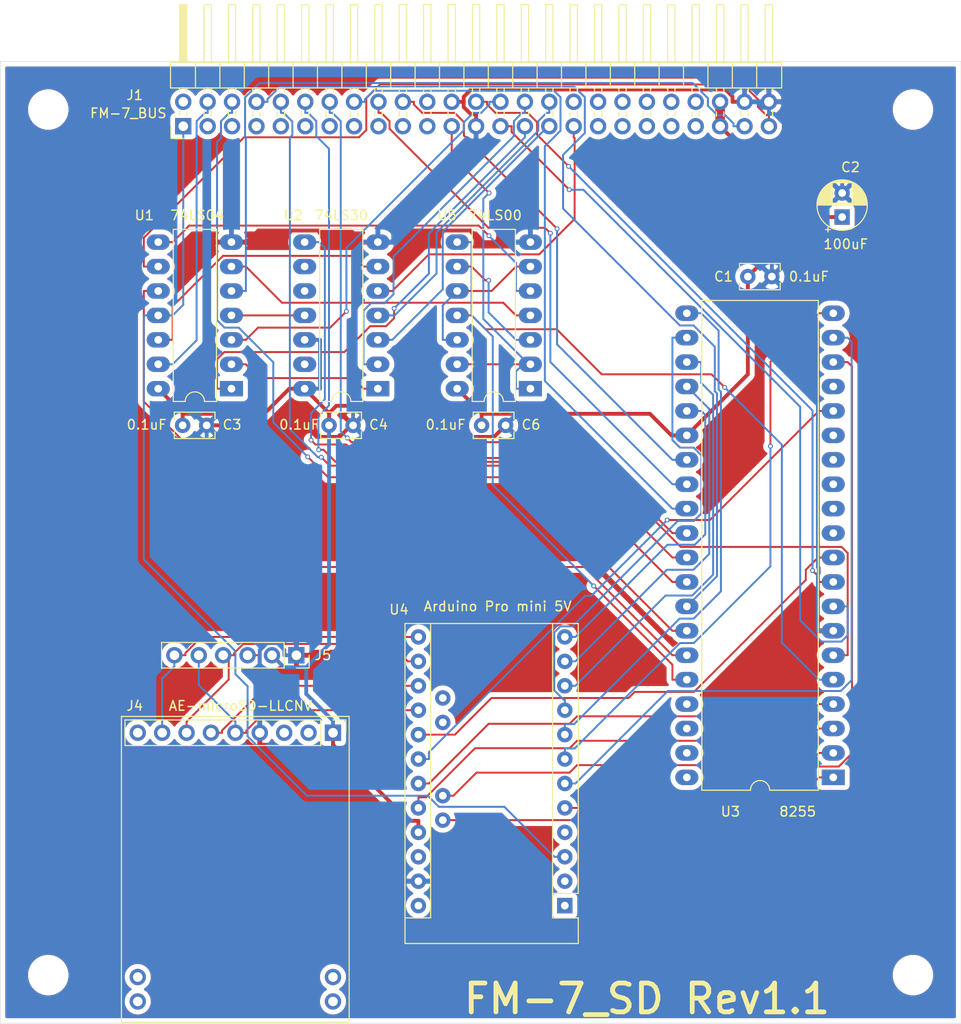
<source format=kicad_pcb>
(kicad_pcb (version 20171130) (host pcbnew "(5.1.9)-1")
  (layers (0 F.Cu signal) (31 B.Cu signal) (34 B.Paste user) (35 F.Paste user) (36 B.SilkS user hide) (37 F.SilkS user) (38 B.Mask user) (39 F.Mask user) (44 Edge.Cuts user))
  (net 0 "")
  (net 1 +5V)
  (net 2 GND)
  (net 3 "Net-(U3-Pad1)")
  (net 4 "Net-(U3-Pad2)")
  (net 5 "Net-(U3-Pad3)")
  (net 6 "Net-(U3-Pad4)")
  (net 7 "Net-(U3-Pad16)")
  (net 8 "Net-(U1-Pad2)")
  (net 9 "Net-(U1-Pad8)")
  (net 10 "Net-(U1-Pad12)")
  (net 11 "Net-(U1-Pad10)")
  (net 12 "Net-(U3-Pad21)")
  (net 13 "Net-(U3-Pad22)")
  (net 14 "Net-(U3-Pad23)")
  (net 15 "Net-(U3-Pad24)")
  (net 16 "Net-(U3-Pad25)")
  (net 17 "Net-(U3-Pad10)")
  (net 18 "Net-(U3-Pad18)")
  (net 19 "Net-(U3-Pad19)")
  (net 20 "Net-(U3-Pad20)")
  (net 21 "Net-(U1-Pad6)")
  (net 22 /SCK)
  (net 23 /MISO)
  (net 24 /MOSI)
  (net 25 /CS)
  (net 26 /AB0)
  (net 27 /AB2)
  (net 28 /AB4)
  (net 29 /AB6)
  (net 30 /DB0)
  (net 31 /DB2)
  (net 32 /DB4)
  (net 33 /DB6)
  (net 34 /EQ)
  (net 35 /EIOCS)
  (net 36 /ERW)
  (net 37 /AB1)
  (net 38 /AB3)
  (net 39 /AB5)
  (net 40 /AB7)
  (net 41 /DB1)
  (net 42 /DB3)
  (net 43 /DB5)
  (net 44 /DB7)
  (net 45 /EE)
  (net 46 /ERESET)
  (net 47 "Net-(U1-Pad4)")
  (net 48 "Net-(U3-Pad5)")
  (net 49 "Net-(U3-Pad36)")
  (net 50 "Net-(U5-Pad10)")
  (net 51 "Net-(U2-Pad8)")
  (net 52 "Net-(U5-Pad3)")
  (module MountingHole:MountingHole_3.2mm_M3 (layer F.Cu) (at 92.63 59.94)
    (fp_text reference MH4 hide)
    (fp_text value MountingHole_3.2mm_M3)
    (pad 1 np_thru_hole circle (at 0 0) (size 3.2 3.2) (drill 3.2) (layers *.Cu *.Mask))
  )
  (module MountingHole:MountingHole_3.2mm_M3 (layer F.Cu) (at 182.63 59.94)
    (fp_text reference MH3 hide)
    (fp_text value MountingHole_3.2mm_M3)
    (pad 1 np_thru_hole circle (at 0 0) (size 3.2 3.2) (drill 3.2) (layers *.Cu *.Mask))
  )
  (module MountingHole:MountingHole_3.2mm_M3 (layer F.Cu) (at 182.63 149.94)
    (fp_text reference MH2 hide)
    (fp_text value MountingHole_3.2mm_M3)
    (pad 1 np_thru_hole circle (at 0 0) (size 3.2 3.2) (drill 3.2) (layers *.Cu *.Mask))
  )
  (module MountingHole:MountingHole_3.2mm_M3 (layer F.Cu) (at 92.63 149.94)
    (fp_text reference MH1 hide)
    (fp_text value MountingHole_3.2mm_M3)
    (pad 1 np_thru_hole circle (at 0 0) (size 3.2 3.2) (drill 3.2) (layers *.Cu *.Mask))
  )
  (module Capacitor_THT:C_Rect_L4.0mm_W2.5mm_P2.50mm (layer F.Cu) (at 165.445 77.31)
    (fp_text reference C1 (at -2.54 0) (layer F.SilkS))
    (fp_text value 0.1uF)
    (pad 1 thru_hole circle (at 0 0) (size 1.6 1.6) (drill 0.8) (layers *.Cu *.Mask) (net 1 +5V))
    (pad 2 thru_hole circle (at 2.5 0) (size 1.6 1.6) (drill 0.8) (layers *.Cu *.Mask) (net 2 GND))
  )
  (module Capacitor_THT:CP_Radial_D5.0mm_P2.50mm (layer F.Cu) (at 175.26 71.12 90)
    (fp_text reference C2 (at 5.18 0.87) (layer F.SilkS))
    (fp_text value 100uF)
    (pad 1 thru_hole rect (at 0 0 90) (size 1.6 1.6) (drill 0.8) (layers *.Cu *.Mask) (net 1 +5V))
    (pad 2 thru_hole circle (at 2.5 0 90) (size 1.6 1.6) (drill 0.8) (layers *.Cu *.Mask) (net 2 GND))
  )
  (module Capacitor_THT:C_Rect_L4.0mm_W2.5mm_P2.50mm (layer F.Cu) (at 106.615 92.775)
    (fp_text reference C3 (at 5.145 -0.065) (layer F.SilkS))
    (fp_text value 0.1uF)
    (pad 2 thru_hole circle (at 2.5 0) (size 1.6 1.6) (drill 0.8) (layers *.Cu *.Mask) (net 2 GND))
    (pad 1 thru_hole circle (at 0 0) (size 1.6 1.6) (drill 0.8) (layers *.Cu *.Mask) (net 1 +5V))
  )
  (module Capacitor_THT:C_Rect_L4.0mm_W2.5mm_P2.50mm (layer F.Cu) (at 121.855 92.775)
    (fp_text reference C4 (at 5.145 -0.065) (layer F.SilkS))
    (fp_text value 0.1uF)
    (pad 1 thru_hole circle (at 0 0) (size 1.6 1.6) (drill 0.8) (layers *.Cu *.Mask) (net 1 +5V))
    (pad 2 thru_hole circle (at 2.5 0) (size 1.6 1.6) (drill 0.8) (layers *.Cu *.Mask) (net 2 GND))
  )
  (module Capacitor_THT:C_Rect_L4.0mm_W2.5mm_P2.50mm (layer F.Cu) (at 137.73 92.775)
    (fp_text reference C6 (at 5.145 -0.065) (layer F.SilkS))
    (fp_text value 0.1uF)
    (pad 1 thru_hole circle (at 0 0) (size 1.6 1.6) (drill 0.8) (layers *.Cu *.Mask) (net 1 +5V))
    (pad 2 thru_hole circle (at 2.5 0) (size 1.6 1.6) (drill 0.8) (layers *.Cu *.Mask) (net 2 GND))
  )
  (module FM-7_SD:AE-microSD-LLCNV (layer F.Cu) (at 101.945 124.739 90)
    (fp_text reference J4 (at 2.799 -0.315) (layer F.SilkS))
    (fp_text value Micro_SD_Card_Kit)
    (fp_text user AE-microSD-LLCNV (at 2.799 10.685) (layer F.SilkS))
    (pad 1 thru_hole rect (at 0 20.32 270) (size 1.7 1.7) (drill 1) (layers *.Cu *.Mask) (net 1 +5V))
    (pad 2 thru_hole oval (at 0 17.78 270) (size 1.7 1.7) (drill 1) (layers *.Cu *.Mask))
    (pad 3 thru_hole oval (at 0 15.24 270) (size 1.7 1.7) (drill 1) (layers *.Cu *.Mask))
    (pad 4 thru_hole oval (at 0 12.7 270) (size 1.7 1.7) (drill 1) (layers *.Cu *.Mask) (net 2 GND))
    (pad 5 thru_hole oval (at 0 10.16 270) (size 1.7 1.7) (drill 1) (layers *.Cu *.Mask) (net 22 /SCK))
    (pad 6 thru_hole oval (at 0 7.62 270) (size 1.7 1.7) (drill 1) (layers *.Cu *.Mask) (net 23 /MISO))
    (pad 7 thru_hole oval (at 0 5.08 270) (size 1.7 1.7) (drill 1) (layers *.Cu *.Mask) (net 24 /MOSI))
    (pad 8 thru_hole oval (at 0 2.54 270) (size 1.7 1.7) (drill 1) (layers *.Cu *.Mask) (net 25 /CS))
    (pad 9 thru_hole oval (at 0 0 270) (size 1.7 1.7) (drill 1) (layers *.Cu *.Mask))
    (pad "" thru_hole oval (at -27.94 0 90) (size 1.7 1.7) (drill 1) (layers *.Cu *.Mask))
    (pad "" thru_hole oval (at -25.4 0 90) (size 1.7 1.7) (drill 1) (layers *.Cu *.Mask))
    (pad "" thru_hole oval (at -27.94 20.32 90) (size 1.7 1.7) (drill 1) (layers *.Cu *.Mask))
    (pad "" thru_hole oval (at -25.4 20.32 90) (size 1.7 1.7) (drill 1) (layers *.Cu *.Mask))
  )
  (module Connector_PinSocket_2.54mm:PinSocket_1x06_P2.54mm_Vertical (layer F.Cu) (at 118.455 116.68 270)
    (fp_text reference J5 (at 0 -2.77) (layer F.SilkS))
    (fp_text value "MicroSD Card Adapter")
    (pad 1 thru_hole rect (at 0 0 270) (size 1.7 1.7) (drill 1) (layers *.Cu *.Mask) (net 2 GND))
    (pad 2 thru_hole oval (at 0 2.54 270) (size 1.7 1.7) (drill 1) (layers *.Cu *.Mask) (net 1 +5V))
    (pad 3 thru_hole oval (at 0 5.08 270) (size 1.7 1.7) (drill 1) (layers *.Cu *.Mask) (net 23 /MISO))
    (pad 4 thru_hole oval (at 0 7.62 270) (size 1.7 1.7) (drill 1) (layers *.Cu *.Mask) (net 24 /MOSI))
    (pad 5 thru_hole oval (at 0 10.16 270) (size 1.7 1.7) (drill 1) (layers *.Cu *.Mask) (net 22 /SCK))
    (pad 6 thru_hole oval (at 0 12.7 270) (size 1.7 1.7) (drill 1) (layers *.Cu *.Mask) (net 25 /CS))
  )
  (module Package_DIP:DIP-14_W7.62mm_LongPads (layer F.Cu) (at 111.695 88.965 180)
    (fp_text reference U1 (at 9.065 18.025) (layer F.SilkS))
    (fp_text value 74LS04)
    (pad 1 thru_hole rect (at 0 0 180) (size 2.4 1.6) (drill 0.8) (layers *.Cu *.Mask) (net 38 /AB3))
    (pad 8 thru_hole oval (at 7.62 15.24 180) (size 2.4 1.6) (drill 0.8) (layers *.Cu *.Mask) (net 9 "Net-(U1-Pad8)"))
    (pad 2 thru_hole oval (at 0 2.54 180) (size 2.4 1.6) (drill 0.8) (layers *.Cu *.Mask) (net 8 "Net-(U1-Pad2)"))
    (pad 9 thru_hole oval (at 7.62 12.7 180) (size 2.4 1.6) (drill 0.8) (layers *.Cu *.Mask) (net 45 /EE))
    (pad 3 thru_hole oval (at 0 5.08 180) (size 2.4 1.6) (drill 0.8) (layers *.Cu *.Mask) (net 27 /AB2))
    (pad 10 thru_hole oval (at 7.62 10.16 180) (size 2.4 1.6) (drill 0.8) (layers *.Cu *.Mask) (net 11 "Net-(U1-Pad10)"))
    (pad 4 thru_hole oval (at 0 7.62 180) (size 2.4 1.6) (drill 0.8) (layers *.Cu *.Mask) (net 47 "Net-(U1-Pad4)"))
    (pad 11 thru_hole oval (at 7.62 7.62 180) (size 2.4 1.6) (drill 0.8) (layers *.Cu *.Mask) (net 46 /ERESET))
    (pad 5 thru_hole oval (at 0 10.16 180) (size 2.4 1.6) (drill 0.8) (layers *.Cu *.Mask) (net 34 /EQ))
    (pad 12 thru_hole oval (at 7.62 5.08 180) (size 2.4 1.6) (drill 0.8) (layers *.Cu *.Mask) (net 10 "Net-(U1-Pad12)"))
    (pad 6 thru_hole oval (at 0 12.7 180) (size 2.4 1.6) (drill 0.8) (layers *.Cu *.Mask) (net 21 "Net-(U1-Pad6)"))
    (pad 13 thru_hole oval (at 7.62 2.54 180) (size 2.4 1.6) (drill 0.8) (layers *.Cu *.Mask) (net 35 /EIOCS))
    (pad 7 thru_hole oval (at 0 15.24 180) (size 2.4 1.6) (drill 0.8) (layers *.Cu *.Mask) (net 2 GND))
    (pad 14 thru_hole oval (at 7.62 0 180) (size 2.4 1.6) (drill 0.8) (layers *.Cu *.Mask) (net 1 +5V))
  )
  (module Package_DIP:DIP-14_W7.62mm_LongPads (layer F.Cu) (at 126.935 88.965 180)
    (fp_text reference U2 (at 8.805 18.025) (layer F.SilkS))
    (fp_text value 74LS30)
    (pad 14 thru_hole oval (at 7.62 0 180) (size 2.4 1.6) (drill 0.8) (layers *.Cu *.Mask) (net 1 +5V))
    (pad 7 thru_hole oval (at 0 15.24 180) (size 2.4 1.6) (drill 0.8) (layers *.Cu *.Mask) (net 2 GND))
    (pad 13 thru_hole oval (at 7.62 2.54 180) (size 2.4 1.6) (drill 0.8) (layers *.Cu *.Mask))
    (pad 6 thru_hole oval (at 0 12.7 180) (size 2.4 1.6) (drill 0.8) (layers *.Cu *.Mask) (net 10 "Net-(U1-Pad12)"))
    (pad 12 thru_hole oval (at 7.62 5.08 180) (size 2.4 1.6) (drill 0.8) (layers *.Cu *.Mask) (net 1 +5V))
    (pad 5 thru_hole oval (at 0 10.16 180) (size 2.4 1.6) (drill 0.8) (layers *.Cu *.Mask) (net 40 /AB7))
    (pad 11 thru_hole oval (at 7.62 7.62 180) (size 2.4 1.6) (drill 0.8) (layers *.Cu *.Mask) (net 47 "Net-(U1-Pad4)"))
    (pad 4 thru_hole oval (at 0 7.62 180) (size 2.4 1.6) (drill 0.8) (layers *.Cu *.Mask) (net 29 /AB6))
    (pad 10 thru_hole oval (at 7.62 10.16 180) (size 2.4 1.6) (drill 0.8) (layers *.Cu *.Mask))
    (pad 3 thru_hole oval (at 0 5.08 180) (size 2.4 1.6) (drill 0.8) (layers *.Cu *.Mask) (net 39 /AB5))
    (pad 9 thru_hole oval (at 7.62 12.7 180) (size 2.4 1.6) (drill 0.8) (layers *.Cu *.Mask))
    (pad 2 thru_hole oval (at 0 2.54 180) (size 2.4 1.6) (drill 0.8) (layers *.Cu *.Mask) (net 28 /AB4))
    (pad 8 thru_hole oval (at 7.62 15.24 180) (size 2.4 1.6) (drill 0.8) (layers *.Cu *.Mask) (net 51 "Net-(U2-Pad8)"))
    (pad 1 thru_hole rect (at 0 0 180) (size 2.4 1.6) (drill 0.8) (layers *.Cu *.Mask) (net 8 "Net-(U1-Pad2)"))
  )
  (module Package_DIP:DIP-40_W15.24mm_LongPads (layer F.Cu) (at 174.335 129.38 180)
    (fp_text reference U3 (at 10.705 -3.56) (layer F.SilkS))
    (fp_text value 8255)
    (pad 1 thru_hole rect (at 0 0 180) (size 2.4 1.6) (drill 0.8) (layers *.Cu *.Mask) (net 3 "Net-(U3-Pad1)"))
    (pad 21 thru_hole oval (at 15.24 48.26 180) (size 2.4 1.6) (drill 0.8) (layers *.Cu *.Mask) (net 12 "Net-(U3-Pad21)"))
    (pad 2 thru_hole oval (at 0 2.54 180) (size 2.4 1.6) (drill 0.8) (layers *.Cu *.Mask) (net 4 "Net-(U3-Pad2)"))
    (pad 22 thru_hole oval (at 15.24 45.72 180) (size 2.4 1.6) (drill 0.8) (layers *.Cu *.Mask) (net 13 "Net-(U3-Pad22)"))
    (pad 3 thru_hole oval (at 0 5.08 180) (size 2.4 1.6) (drill 0.8) (layers *.Cu *.Mask) (net 5 "Net-(U3-Pad3)"))
    (pad 23 thru_hole oval (at 15.24 43.18 180) (size 2.4 1.6) (drill 0.8) (layers *.Cu *.Mask) (net 14 "Net-(U3-Pad23)"))
    (pad 4 thru_hole oval (at 0 7.62 180) (size 2.4 1.6) (drill 0.8) (layers *.Cu *.Mask) (net 6 "Net-(U3-Pad4)"))
    (pad 24 thru_hole oval (at 15.24 40.64 180) (size 2.4 1.6) (drill 0.8) (layers *.Cu *.Mask) (net 15 "Net-(U3-Pad24)"))
    (pad 5 thru_hole oval (at 0 10.16 180) (size 2.4 1.6) (drill 0.8) (layers *.Cu *.Mask) (net 48 "Net-(U3-Pad5)"))
    (pad 25 thru_hole oval (at 15.24 38.1 180) (size 2.4 1.6) (drill 0.8) (layers *.Cu *.Mask) (net 16 "Net-(U3-Pad25)"))
    (pad 6 thru_hole oval (at 0 12.7 180) (size 2.4 1.6) (drill 0.8) (layers *.Cu *.Mask) (net 51 "Net-(U2-Pad8)"))
    (pad 26 thru_hole oval (at 15.24 35.56 180) (size 2.4 1.6) (drill 0.8) (layers *.Cu *.Mask) (net 1 +5V))
    (pad 7 thru_hole oval (at 0 15.24 180) (size 2.4 1.6) (drill 0.8) (layers *.Cu *.Mask) (net 2 GND))
    (pad 27 thru_hole oval (at 15.24 33.02 180) (size 2.4 1.6) (drill 0.8) (layers *.Cu *.Mask) (net 44 /DB7))
    (pad 8 thru_hole oval (at 0 17.78 180) (size 2.4 1.6) (drill 0.8) (layers *.Cu *.Mask) (net 37 /AB1))
    (pad 28 thru_hole oval (at 15.24 30.48 180) (size 2.4 1.6) (drill 0.8) (layers *.Cu *.Mask) (net 33 /DB6))
    (pad 9 thru_hole oval (at 0 20.32 180) (size 2.4 1.6) (drill 0.8) (layers *.Cu *.Mask) (net 26 /AB0))
    (pad 29 thru_hole oval (at 15.24 27.94 180) (size 2.4 1.6) (drill 0.8) (layers *.Cu *.Mask) (net 43 /DB5))
    (pad 10 thru_hole oval (at 0 22.86 180) (size 2.4 1.6) (drill 0.8) (layers *.Cu *.Mask) (net 17 "Net-(U3-Pad10)"))
    (pad 30 thru_hole oval (at 15.24 25.4 180) (size 2.4 1.6) (drill 0.8) (layers *.Cu *.Mask) (net 32 /DB4))
    (pad 11 thru_hole oval (at 0 25.4 180) (size 2.4 1.6) (drill 0.8) (layers *.Cu *.Mask))
    (pad 31 thru_hole oval (at 15.24 22.86 180) (size 2.4 1.6) (drill 0.8) (layers *.Cu *.Mask) (net 42 /DB3))
    (pad 12 thru_hole oval (at 0 27.94 180) (size 2.4 1.6) (drill 0.8) (layers *.Cu *.Mask))
    (pad 32 thru_hole oval (at 15.24 20.32 180) (size 2.4 1.6) (drill 0.8) (layers *.Cu *.Mask) (net 31 /DB2))
    (pad 13 thru_hole oval (at 0 30.48 180) (size 2.4 1.6) (drill 0.8) (layers *.Cu *.Mask))
    (pad 33 thru_hole oval (at 15.24 17.78 180) (size 2.4 1.6) (drill 0.8) (layers *.Cu *.Mask) (net 41 /DB1))
    (pad 14 thru_hole oval (at 0 33.02 180) (size 2.4 1.6) (drill 0.8) (layers *.Cu *.Mask))
    (pad 34 thru_hole oval (at 15.24 15.24 180) (size 2.4 1.6) (drill 0.8) (layers *.Cu *.Mask) (net 30 /DB0))
    (pad 15 thru_hole oval (at 0 35.56 180) (size 2.4 1.6) (drill 0.8) (layers *.Cu *.Mask))
    (pad 35 thru_hole oval (at 15.24 12.7 180) (size 2.4 1.6) (drill 0.8) (layers *.Cu *.Mask) (net 11 "Net-(U1-Pad10)"))
    (pad 16 thru_hole oval (at 0 38.1 180) (size 2.4 1.6) (drill 0.8) (layers *.Cu *.Mask) (net 7 "Net-(U3-Pad16)"))
    (pad 36 thru_hole oval (at 15.24 10.16 180) (size 2.4 1.6) (drill 0.8) (layers *.Cu *.Mask) (net 49 "Net-(U3-Pad36)"))
    (pad 17 thru_hole oval (at 0 40.64 180) (size 2.4 1.6) (drill 0.8) (layers *.Cu *.Mask))
    (pad 37 thru_hole oval (at 15.24 7.62 180) (size 2.4 1.6) (drill 0.8) (layers *.Cu *.Mask))
    (pad 18 thru_hole oval (at 0 43.18 180) (size 2.4 1.6) (drill 0.8) (layers *.Cu *.Mask) (net 18 "Net-(U3-Pad18)"))
    (pad 38 thru_hole oval (at 15.24 5.08 180) (size 2.4 1.6) (drill 0.8) (layers *.Cu *.Mask))
    (pad 19 thru_hole oval (at 0 45.72 180) (size 2.4 1.6) (drill 0.8) (layers *.Cu *.Mask) (net 19 "Net-(U3-Pad19)"))
    (pad 39 thru_hole oval (at 15.24 2.54 180) (size 2.4 1.6) (drill 0.8) (layers *.Cu *.Mask))
    (pad 20 thru_hole oval (at 0 48.26 180) (size 2.4 1.6) (drill 0.8) (layers *.Cu *.Mask) (net 20 "Net-(U3-Pad20)"))
    (pad 40 thru_hole oval (at 15.24 0 180) (size 2.4 1.6) (drill 0.8) (layers *.Cu *.Mask))
  )
  (module FM-7_SD:Arduino_Pro_Mini (layer F.Cu) (at 146.395 142.715 180)
    (fp_text reference U4 (at 17.265 30.775) (layer F.SilkS))
    (fp_text value Arduino_Pro_Mini_5V)
    (pad 1 thru_hole rect (at 0 0 180) (size 1.6 1.6) (drill 0.8) (layers *.Cu *.Mask))
    (pad 2 thru_hole oval (at 0 2.54 180) (size 1.6 1.6) (drill 0.8) (layers *.Cu *.Mask))
    (pad 3 thru_hole oval (at 0 5.08 180) (size 1.6 1.6) (drill 0.8) (layers *.Cu *.Mask) (net 46 /ERESET))
    (pad 13 thru_hole oval (at 15.24 27.94 180) (size 1.6 1.6) (drill 0.8) (layers *.Cu *.Mask) (net 25 /CS))
    (pad 4 thru_hole oval (at 0 7.62 180) (size 1.6 1.6) (drill 0.8) (layers *.Cu *.Mask))
    (pad 14 thru_hole oval (at 15.24 25.4 180) (size 1.6 1.6) (drill 0.8) (layers *.Cu *.Mask) (net 24 /MOSI))
    (pad 5 thru_hole oval (at 0 10.16 180) (size 1.6 1.6) (drill 0.8) (layers *.Cu *.Mask) (net 18 "Net-(U3-Pad18)"))
    (pad 15 thru_hole oval (at 15.24 22.86 180) (size 1.6 1.6) (drill 0.8) (layers *.Cu *.Mask) (net 23 /MISO))
    (pad 6 thru_hole oval (at 0 12.7 180) (size 1.6 1.6) (drill 0.8) (layers *.Cu *.Mask) (net 19 "Net-(U3-Pad19)"))
    (pad 16 thru_hole oval (at 15.24 20.32 180) (size 1.6 1.6) (drill 0.8) (layers *.Cu *.Mask) (net 22 /SCK))
    (pad 7 thru_hole oval (at 0 15.24 180) (size 1.6 1.6) (drill 0.8) (layers *.Cu *.Mask) (net 20 "Net-(U3-Pad20)"))
    (pad 17 thru_hole oval (at 15.24 17.78 180) (size 1.6 1.6) (drill 0.8) (layers *.Cu *.Mask) (net 17 "Net-(U3-Pad10)"))
    (pad 8 thru_hole oval (at 0 17.78 180) (size 1.6 1.6) (drill 0.8) (layers *.Cu *.Mask) (net 12 "Net-(U3-Pad21)"))
    (pad 18 thru_hole oval (at 15.24 15.24 180) (size 1.6 1.6) (drill 0.8) (layers *.Cu *.Mask) (net 7 "Net-(U3-Pad16)"))
    (pad 9 thru_hole oval (at 0 20.32 180) (size 1.6 1.6) (drill 0.8) (layers *.Cu *.Mask) (net 13 "Net-(U3-Pad22)"))
    (pad 19 thru_hole oval (at 15.24 12.7 180) (size 1.6 1.6) (drill 0.8) (layers *.Cu *.Mask) (net 6 "Net-(U3-Pad4)"))
    (pad 10 thru_hole oval (at 0 22.86 180) (size 1.6 1.6) (drill 0.8) (layers *.Cu *.Mask) (net 14 "Net-(U3-Pad23)"))
    (pad 20 thru_hole oval (at 15.24 10.16 180) (size 1.6 1.6) (drill 0.8) (layers *.Cu *.Mask) (net 5 "Net-(U3-Pad3)"))
    (pad 11 thru_hole oval (at 0 25.4 180) (size 1.6 1.6) (drill 0.8) (layers *.Cu *.Mask) (net 15 "Net-(U3-Pad24)"))
    (pad 21 thru_hole oval (at 15.24 7.62 180) (size 1.6 1.6) (drill 0.8) (layers *.Cu *.Mask) (net 1 +5V))
    (pad 12 thru_hole oval (at 0 27.94 180) (size 1.6 1.6) (drill 0.8) (layers *.Cu *.Mask) (net 16 "Net-(U3-Pad25)"))
    (pad 22 thru_hole oval (at 15.24 5.08 180) (size 1.6 1.6) (drill 0.8) (layers *.Cu *.Mask))
    (pad 23 thru_hole oval (at 15.24 2.54 180) (size 1.6 1.6) (drill 0.8) (layers *.Cu *.Mask) (net 2 GND))
    (pad 24 thru_hole oval (at 15.24 0 180) (size 1.6 1.6) (drill 0.8) (layers *.Cu *.Mask))
    (pad A5 thru_hole oval (at 12.7 8.89 180) (size 1.6 1.6) (drill 0.8) (layers *.Cu *.Mask) (net 3 "Net-(U3-Pad1)"))
    (pad A4 thru_hole oval (at 12.7 11.43 180) (size 1.6 1.6) (drill 0.8) (layers *.Cu *.Mask) (net 4 "Net-(U3-Pad2)"))
    (pad A7 thru_hole oval (at 12.7 19.05 180) (size 1.6 1.6) (drill 0.8) (layers *.Cu *.Mask))
    (pad A6 thru_hole oval (at 12.7 21.59 180) (size 1.6 1.6) (drill 0.8) (layers *.Cu *.Mask))
  )
  (module Package_DIP:DIP-14_W7.62mm_LongPads (layer F.Cu) (at 142.81 88.965 180)
    (fp_text reference U5 (at 8.68 18.025) (layer F.SilkS))
    (fp_text value 74LS00)
    (pad 14 thru_hole oval (at 7.62 0 180) (size 2.4 1.6) (drill 0.8) (layers *.Cu *.Mask) (net 1 +5V))
    (pad 7 thru_hole oval (at 0 15.24 180) (size 2.4 1.6) (drill 0.8) (layers *.Cu *.Mask) (net 2 GND))
    (pad 13 thru_hole oval (at 7.62 2.54 180) (size 2.4 1.6) (drill 0.8) (layers *.Cu *.Mask) (net 36 /ERW))
    (pad 6 thru_hole oval (at 0 12.7 180) (size 2.4 1.6) (drill 0.8) (layers *.Cu *.Mask) (net 50 "Net-(U5-Pad10)"))
    (pad 12 thru_hole oval (at 7.62 5.08 180) (size 2.4 1.6) (drill 0.8) (layers *.Cu *.Mask) (net 50 "Net-(U5-Pad10)"))
    (pad 5 thru_hole oval (at 0 10.16 180) (size 2.4 1.6) (drill 0.8) (layers *.Cu *.Mask) (net 9 "Net-(U1-Pad8)"))
    (pad 11 thru_hole oval (at 7.62 7.62 180) (size 2.4 1.6) (drill 0.8) (layers *.Cu *.Mask) (net 48 "Net-(U3-Pad5)"))
    (pad 4 thru_hole oval (at 0 7.62 180) (size 2.4 1.6) (drill 0.8) (layers *.Cu *.Mask) (net 21 "Net-(U1-Pad6)"))
    (pad 10 thru_hole oval (at 7.62 10.16 180) (size 2.4 1.6) (drill 0.8) (layers *.Cu *.Mask) (net 50 "Net-(U5-Pad10)"))
    (pad 3 thru_hole oval (at 0 5.08 180) (size 2.4 1.6) (drill 0.8) (layers *.Cu *.Mask) (net 52 "Net-(U5-Pad3)"))
    (pad 9 thru_hole oval (at 7.62 12.7 180) (size 2.4 1.6) (drill 0.8) (layers *.Cu *.Mask) (net 52 "Net-(U5-Pad3)"))
    (pad 2 thru_hole oval (at 0 2.54 180) (size 2.4 1.6) (drill 0.8) (layers *.Cu *.Mask) (net 36 /ERW))
    (pad 8 thru_hole oval (at 7.62 15.24 180) (size 2.4 1.6) (drill 0.8) (layers *.Cu *.Mask) (net 49 "Net-(U3-Pad36)"))
    (pad 1 thru_hole rect (at 0 0 180) (size 2.4 1.6) (drill 0.8) (layers *.Cu *.Mask) (net 36 /ERW))
  )
  (module Connector_PinHeader_2.54mm:PinHeader_2x25_P2.54mm_Horizontal (layer F.Cu) (at 106.68 61.675 90)
    (fp_text reference J1 (at 3.235 -5.05) (layer F.SilkS))
    (fp_text value FM-7_BUS)
    (pad 1 thru_hole rect (at 0 0 90) (size 1.7 1.7) (drill 1) (layers *.Cu *.Mask) (net 46 /ERESET))
    (pad 2 thru_hole oval (at 2.54 0 90) (size 1.7 1.7) (drill 1) (layers *.Cu *.Mask))
    (pad 3 thru_hole oval (at 0 2.54 90) (size 1.7 1.7) (drill 1) (layers *.Cu *.Mask))
    (pad 4 thru_hole oval (at 2.54 2.54 90) (size 1.7 1.7) (drill 1) (layers *.Cu *.Mask) (net 35 /EIOCS))
    (pad 5 thru_hole oval (at 0 5.08 90) (size 1.7 1.7) (drill 1) (layers *.Cu *.Mask))
    (pad 6 thru_hole oval (at 2.54 5.08 90) (size 1.7 1.7) (drill 1) (layers *.Cu *.Mask) (net 30 /DB0))
    (pad 7 thru_hole oval (at 0 7.62 90) (size 1.7 1.7) (drill 1) (layers *.Cu *.Mask))
    (pad 8 thru_hole oval (at 2.54 7.62 90) (size 1.7 1.7) (drill 1) (layers *.Cu *.Mask) (net 41 /DB1))
    (pad 9 thru_hole oval (at 0 10.16 90) (size 1.7 1.7) (drill 1) (layers *.Cu *.Mask))
    (pad 10 thru_hole oval (at 2.54 10.16 90) (size 1.7 1.7) (drill 1) (layers *.Cu *.Mask) (net 31 /DB2))
    (pad 11 thru_hole oval (at 0 12.7 90) (size 1.7 1.7) (drill 1) (layers *.Cu *.Mask))
    (pad 12 thru_hole oval (at 2.54 12.7 90) (size 1.7 1.7) (drill 1) (layers *.Cu *.Mask) (net 42 /DB3))
    (pad 13 thru_hole oval (at 0 15.24 90) (size 1.7 1.7) (drill 1) (layers *.Cu *.Mask))
    (pad 14 thru_hole oval (at 2.54 15.24 90) (size 1.7 1.7) (drill 1) (layers *.Cu *.Mask) (net 32 /DB4))
    (pad 15 thru_hole oval (at 0 17.78 90) (size 1.7 1.7) (drill 1) (layers *.Cu *.Mask))
    (pad 16 thru_hole oval (at 2.54 17.78 90) (size 1.7 1.7) (drill 1) (layers *.Cu *.Mask) (net 43 /DB5))
    (pad 17 thru_hole oval (at 0 20.32 90) (size 1.7 1.7) (drill 1) (layers *.Cu *.Mask))
    (pad 18 thru_hole oval (at 2.54 20.32 90) (size 1.7 1.7) (drill 1) (layers *.Cu *.Mask) (net 33 /DB6))
    (pad 19 thru_hole oval (at 0 22.86 90) (size 1.7 1.7) (drill 1) (layers *.Cu *.Mask))
    (pad 20 thru_hole oval (at 2.54 22.86 90) (size 1.7 1.7) (drill 1) (layers *.Cu *.Mask) (net 44 /DB7))
    (pad 21 thru_hole oval (at 0 25.4 90) (size 1.7 1.7) (drill 1) (layers *.Cu *.Mask))
    (pad 22 thru_hole oval (at 2.54 25.4 90) (size 1.7 1.7) (drill 1) (layers *.Cu *.Mask))
    (pad 23 thru_hole oval (at 0 27.94 90) (size 1.7 1.7) (drill 1) (layers *.Cu *.Mask) (net 36 /ERW))
    (pad 24 thru_hole oval (at 2.54 27.94 90) (size 1.7 1.7) (drill 1) (layers *.Cu *.Mask) (net 2 GND))
    (pad 25 thru_hole oval (at 0 30.48 90) (size 1.7 1.7) (drill 1) (layers *.Cu *.Mask) (net 2 GND))
    (pad 26 thru_hole oval (at 2.54 30.48 90) (size 1.7 1.7) (drill 1) (layers *.Cu *.Mask) (net 26 /AB0))
    (pad 27 thru_hole oval (at 0 33.02 90) (size 1.7 1.7) (drill 1) (layers *.Cu *.Mask) (net 37 /AB1))
    (pad 28 thru_hole oval (at 2.54 33.02 90) (size 1.7 1.7) (drill 1) (layers *.Cu *.Mask) (net 27 /AB2))
    (pad 29 thru_hole oval (at 0 35.56 90) (size 1.7 1.7) (drill 1) (layers *.Cu *.Mask) (net 38 /AB3))
    (pad 30 thru_hole oval (at 2.54 35.56 90) (size 1.7 1.7) (drill 1) (layers *.Cu *.Mask) (net 28 /AB4))
    (pad 31 thru_hole oval (at 0 38.1 90) (size 1.7 1.7) (drill 1) (layers *.Cu *.Mask) (net 39 /AB5))
    (pad 32 thru_hole oval (at 2.54 38.1 90) (size 1.7 1.7) (drill 1) (layers *.Cu *.Mask) (net 29 /AB6))
    (pad 33 thru_hole oval (at 0 40.64 90) (size 1.7 1.7) (drill 1) (layers *.Cu *.Mask) (net 40 /AB7))
    (pad 34 thru_hole oval (at 2.54 40.64 90) (size 1.7 1.7) (drill 1) (layers *.Cu *.Mask))
    (pad 35 thru_hole oval (at 0 43.18 90) (size 1.7 1.7) (drill 1) (layers *.Cu *.Mask))
    (pad 36 thru_hole oval (at 2.54 43.18 90) (size 1.7 1.7) (drill 1) (layers *.Cu *.Mask))
    (pad 37 thru_hole oval (at 0 45.72 90) (size 1.7 1.7) (drill 1) (layers *.Cu *.Mask))
    (pad 38 thru_hole oval (at 2.54 45.72 90) (size 1.7 1.7) (drill 1) (layers *.Cu *.Mask))
    (pad 39 thru_hole oval (at 0 48.26 90) (size 1.7 1.7) (drill 1) (layers *.Cu *.Mask))
    (pad 40 thru_hole oval (at 2.54 48.26 90) (size 1.7 1.7) (drill 1) (layers *.Cu *.Mask))
    (pad 41 thru_hole oval (at 0 50.8 90) (size 1.7 1.7) (drill 1) (layers *.Cu *.Mask))
    (pad 42 thru_hole oval (at 2.54 50.8 90) (size 1.7 1.7) (drill 1) (layers *.Cu *.Mask))
    (pad 43 thru_hole oval (at 0 53.34 90) (size 1.7 1.7) (drill 1) (layers *.Cu *.Mask))
    (pad 44 thru_hole oval (at 2.54 53.34 90) (size 1.7 1.7) (drill 1) (layers *.Cu *.Mask))
    (pad 45 thru_hole oval (at 0 55.88 90) (size 1.7 1.7) (drill 1) (layers *.Cu *.Mask) (net 1 +5V))
    (pad 46 thru_hole oval (at 2.54 55.88 90) (size 1.7 1.7) (drill 1) (layers *.Cu *.Mask) (net 1 +5V))
    (pad 47 thru_hole oval (at 0 58.42 90) (size 1.7 1.7) (drill 1) (layers *.Cu *.Mask) (net 34 /EQ))
    (pad 48 thru_hole oval (at 2.54 58.42 90) (size 1.7 1.7) (drill 1) (layers *.Cu *.Mask) (net 2 GND))
    (pad 49 thru_hole oval (at 0 60.96 90) (size 1.7 1.7) (drill 1) (layers *.Cu *.Mask) (net 45 /EE))
    (pad 50 thru_hole oval (at 2.54 60.96 90) (size 1.7 1.7) (drill 1) (layers *.Cu *.Mask) (net 2 GND))
  )
  (gr_line (start 187.63 154.94) (end 187.63 54.94) (layer Edge.Cuts) (width 0.05))
  (gr_line (start 87.63 54.94) (end 87.63 154.94) (layer Edge.Cuts) (width 0.05))
  (gr_line (start 187.63 54.94) (end 87.63 54.94) (layer Edge.Cuts) (width 0.05))
  (gr_line (start 87.63 154.94) (end 187.63 154.94) (layer Edge.Cuts) (width 0.05))
  (gr_text "FM-7_SD Rev1.1" (at 154.94 152.4) (layer F.SilkS) (effects (font (size 3 3) (thickness 0.5))))
  (gr_text FM-7_BUS (at 100.965 60.325) (layer F.SilkS) (effects (font (size 1 1))))
  (gr_text "Arduino Pro mini 5V" (at 139.41 111.6) (layer F.SilkS) (effects (font (size 1 1))))
  (gr_text 8255 (at 170.63 132.94) (layer F.SilkS) (effects (font (size 1 1))))
  (gr_text 100uF (at 175.63 73.94) (layer F.SilkS) (effects (font (size 1 1))))
  (gr_text 0.1uF (at 171.795 77.31) (layer F.SilkS) (effects (font (size 1 1))))
  (gr_text 74LS04 (at 108.13 70.94) (layer F.SilkS) (effects (font (size 1 1))))
  (gr_text 0.1uF (at 102.87 92.71) (layer F.SilkS) (effects (font (size 1 1))))
  (gr_text 74LS30 (at 123.13 70.94) (layer F.SilkS) (effects (font (size 1 1))))
  (gr_text 0.1uF (at 118.745 92.71) (layer F.SilkS) (effects (font (size 1 1))))
  (gr_text 74LS00 (at 139.13 70.94) (layer F.SilkS) (effects (font (size 1 1))))
  (gr_text 0.1uF (at 133.985 92.71) (layer F.SilkS) (effects (font (size 1 1))))
  (segment (start 159.095 93.82) (end 157.4947 93.82) (width 0.4) (layer F.Cu) (net 1))
  (segment (start 137.73 91.5746) (end 155.2493 91.5746) (width 0.4) (layer F.Cu) (net 1))
  (segment (start 155.2493 91.5746) (end 157.4947 93.82) (width 0.4) (layer F.Cu) (net 1))
  (segment (start 137.73 91.5746) (end 137.73 91.505) (width 0.4) (layer F.Cu) (net 1))
  (segment (start 137.73 91.505) (end 136.9101 90.685) (width 0.4) (layer F.Cu) (net 1))
  (segment (start 137.73 92.775) (end 137.73 91.5746) (width 0.4) (layer F.Cu) (net 1))
  (segment (start 122.265 124.739) (end 122.265 123.4887) (width 0.4) (layer B.Cu) (net 1))
  (segment (start 119.478 117.9304) (end 117.1654 117.9304) (width 0.4) (layer B.Cu) (net 1))
  (segment (start 117.1654 117.9304) (end 115.915 116.68) (width 0.4) (layer B.Cu) (net 1))
  (segment (start 121.855 92.775) (end 121.855 115.5534) (width 0.4) (layer B.Cu) (net 1))
  (segment (start 121.855 115.5534) (end 119.478 117.9304) (width 0.4) (layer B.Cu) (net 1))
  (segment (start 122.265 123.4887) (end 119.478 120.7017) (width 0.4) (layer B.Cu) (net 1))
  (segment (start 119.478 120.7017) (end 119.478 117.9304) (width 0.4) (layer B.Cu) (net 1))
  (segment (start 122.265 124.739) (end 122.265 125.9893) (width 0.4) (layer F.Cu) (net 1))
  (segment (start 131.155 135.095) (end 131.155 133.8947) (width 0.4) (layer F.Cu) (net 1))
  (segment (start 122.265 125.9893) (end 130.1704 133.8947) (width 0.4) (layer F.Cu) (net 1))
  (segment (start 130.1704 133.8947) (end 131.155 133.8947) (width 0.4) (layer F.Cu) (net 1))
  (segment (start 119.315 88.965) (end 120.9153 88.965) (width 0.4) (layer B.Cu) (net 1))
  (segment (start 119.315 83.885) (end 120.9153 83.885) (width 0.4) (layer B.Cu) (net 1))
  (segment (start 120.9153 83.885) (end 120.9153 88.965) (width 0.4) (layer B.Cu) (net 1))
  (segment (start 119.315 88.965) (end 117.7147 88.965) (width 0.4) (layer F.Cu) (net 1))
  (segment (start 106.615 91.5746) (end 115.1051 91.5746) (width 0.4) (layer F.Cu) (net 1))
  (segment (start 115.1051 91.5746) (end 117.7147 88.965) (width 0.4) (layer F.Cu) (net 1))
  (segment (start 106.615 91.5746) (end 106.615 91.505) (width 0.4) (layer F.Cu) (net 1))
  (segment (start 106.615 91.505) (end 104.075 88.965) (width 0.4) (layer F.Cu) (net 1))
  (segment (start 106.615 92.775) (end 106.615 91.5746) (width 0.4) (layer F.Cu) (net 1))
  (segment (start 121.855 91.505) (end 119.315 88.965) (width 0.4) (layer F.Cu) (net 1))
  (segment (start 121.855 92.775) (end 121.855 91.505) (width 0.4) (layer F.Cu) (net 1))
  (segment (start 136.9101 90.685) (end 136.8482 90.7469) (width 0.4) (layer F.Cu) (net 1))
  (segment (start 136.8482 90.7469) (end 122.6131 90.7469) (width 0.4) (layer F.Cu) (net 1))
  (segment (start 122.6131 90.7469) (end 121.855 91.505) (width 0.4) (layer F.Cu) (net 1))
  (segment (start 136.9101 90.685) (end 135.19 88.965) (width 0.4) (layer F.Cu) (net 1))
  (segment (start 165.445 77.31) (end 165.445 87.47) (width 0.4) (layer F.Cu) (net 1))
  (segment (start 165.445 87.47) (end 159.095 93.82) (width 0.4) (layer F.Cu) (net 1))
  (segment (start 172.005 71.12) (end 171.635 71.12) (width 0.4) (layer F.Cu) (net 1))
  (segment (start 171.635 71.12) (end 165.445 77.31) (width 0.4) (layer F.Cu) (net 1))
  (segment (start 175.26 71.12) (end 172.005 71.12) (width 0.4) (layer F.Cu) (net 1))
  (segment (start 172.005 71.12) (end 162.56 61.675) (width 0.4) (layer F.Cu) (net 1))
  (segment (start 162.56 61.675) (end 162.56 59.135) (width 1) (layer F.Cu) (net 1))
  (segment (start 124.355 92.775) (end 124.1428 92.775) (width 0.4) (layer F.Cu) (net 2))
  (segment (start 124.1428 92.775) (end 122.9408 93.977) (width 0.4) (layer F.Cu) (net 2))
  (segment (start 122.9408 93.977) (end 120.5619 93.977) (width 0.4) (layer F.Cu) (net 2))
  (segment (start 120.5619 93.977) (end 119.3599 92.775) (width 0.4) (layer F.Cu) (net 2))
  (segment (start 119.3599 92.775) (end 109.115 92.775) (width 0.4) (layer F.Cu) (net 2))
  (segment (start 175.26 68.62) (end 167.945 75.935) (width 0.4) (layer B.Cu) (net 2))
  (segment (start 167.945 75.935) (end 167.945 77.31) (width 0.4) (layer B.Cu) (net 2))
  (segment (start 167.64 60.3853) (end 168.187 60.3853) (width 0.4) (layer B.Cu) (net 2))
  (segment (start 168.187 60.3853) (end 175.26 67.4583) (width 0.4) (layer B.Cu) (net 2))
  (segment (start 175.26 67.4583) (end 175.26 68.62) (width 0.4) (layer B.Cu) (net 2))
  (segment (start 172.7347 114.14) (end 172.7347 108.2357) (width 0.4) (layer B.Cu) (net 2))
  (segment (start 172.7347 108.2357) (end 172.826 108.1444) (width 0.4) (layer B.Cu) (net 2))
  (segment (start 172.826 108.1444) (end 172.826 107.6056) (width 0.4) (layer B.Cu) (net 2))
  (segment (start 172.826 107.6056) (end 172.7347 107.5143) (width 0.4) (layer B.Cu) (net 2))
  (segment (start 172.7347 107.5143) (end 172.7347 82.0997) (width 0.4) (layer B.Cu) (net 2))
  (segment (start 172.7347 82.0997) (end 167.945 77.31) (width 0.4) (layer B.Cu) (net 2))
  (segment (start 174.335 114.14) (end 172.7347 114.14) (width 0.4) (layer B.Cu) (net 2))
  (segment (start 126.935 73.725) (end 128.5353 73.725) (width 0.4) (layer F.Cu) (net 2))
  (segment (start 128.5353 73.725) (end 129.7426 72.5177) (width 0.4) (layer F.Cu) (net 2))
  (segment (start 129.7426 72.5177) (end 136.5397 72.5177) (width 0.4) (layer F.Cu) (net 2))
  (segment (start 136.5397 72.5177) (end 137.747 73.725) (width 0.4) (layer F.Cu) (net 2))
  (segment (start 137.747 73.725) (end 142.81 73.725) (width 0.4) (layer F.Cu) (net 2))
  (segment (start 126.1349 73.725) (end 126.935 73.725) (width 0.4) (layer F.Cu) (net 2))
  (segment (start 126.1349 73.725) (end 125.3347 73.725) (width 0.4) (layer F.Cu) (net 2))
  (segment (start 111.695 73.725) (end 113.2953 73.725) (width 0.4) (layer F.Cu) (net 2))
  (segment (start 125.3347 73.725) (end 124.1278 72.5181) (width 0.4) (layer F.Cu) (net 2))
  (segment (start 124.1278 72.5181) (end 114.5022 72.5181) (width 0.4) (layer F.Cu) (net 2))
  (segment (start 114.5022 72.5181) (end 113.2953 73.725) (width 0.4) (layer F.Cu) (net 2))
  (segment (start 165.1 59.135) (end 166.3503 59.135) (width 0.4) (layer B.Cu) (net 2))
  (segment (start 167.64 59.7601) (end 166.9754 59.7601) (width 0.4) (layer B.Cu) (net 2))
  (segment (start 166.9754 59.7601) (end 166.3503 59.135) (width 0.4) (layer B.Cu) (net 2))
  (segment (start 167.64 59.7601) (end 167.64 60.3853) (width 0.4) (layer B.Cu) (net 2))
  (segment (start 167.64 59.135) (end 167.64 59.7601) (width 0.4) (layer B.Cu) (net 2))
  (segment (start 137.16 61.675) (end 137.16 60.4247) (width 0.4) (layer F.Cu) (net 2))
  (segment (start 137.16 60.4247) (end 136.613 60.4247) (width 0.4) (layer F.Cu) (net 2))
  (segment (start 136.613 60.4247) (end 135.8703 59.682) (width 0.4) (layer F.Cu) (net 2))
  (segment (start 135.8703 59.682) (end 135.8703 59.135) (width 0.4) (layer F.Cu) (net 2))
  (segment (start 165.1 59.135) (end 163.8497 59.135) (width 0.4) (layer F.Cu) (net 2))
  (segment (start 163.8497 59.135) (end 163.8497 58.588) (width 0.4) (layer F.Cu) (net 2))
  (segment (start 163.8497 58.588) (end 163.1143 57.8526) (width 0.4) (layer F.Cu) (net 2))
  (segment (start 163.1143 57.8526) (end 136.6346 57.8526) (width 0.4) (layer F.Cu) (net 2))
  (segment (start 136.6346 57.8526) (end 135.8703 58.6169) (width 0.4) (layer F.Cu) (net 2))
  (segment (start 135.8703 58.6169) (end 135.8703 59.135) (width 0.4) (layer F.Cu) (net 2))
  (segment (start 134.62 59.135) (end 135.8703 59.135) (width 0.4) (layer F.Cu) (net 2))
  (segment (start 126.935 73.725) (end 128.5353 73.725) (width 0.4) (layer B.Cu) (net 2))
  (segment (start 137.16 61.675) (end 137.16 62.9253) (width 0.4) (layer B.Cu) (net 2))
  (segment (start 137.16 62.9253) (end 128.5353 71.55) (width 0.4) (layer B.Cu) (net 2))
  (segment (start 128.5353 71.55) (end 128.5353 73.725) (width 0.4) (layer B.Cu) (net 2))
  (segment (start 115.397 115.4187) (end 114.645 116.1707) (width 0.4) (layer B.Cu) (net 2))
  (segment (start 114.645 116.1707) (end 114.645 124.739) (width 0.4) (layer B.Cu) (net 2))
  (segment (start 117.2047 116.68) (end 117.2047 116.133) (width 0.4) (layer B.Cu) (net 2))
  (segment (start 117.2047 116.133) (end 116.4904 115.4187) (width 0.4) (layer B.Cu) (net 2))
  (segment (start 116.4904 115.4187) (end 115.397 115.4187) (width 0.4) (layer B.Cu) (net 2))
  (segment (start 109.115 92.775) (end 109.115 109.1367) (width 0.4) (layer B.Cu) (net 2))
  (segment (start 109.115 109.1367) (end 115.397 115.4187) (width 0.4) (layer B.Cu) (net 2))
  (segment (start 140.23 92.775) (end 139.0296 93.9754) (width 0.4) (layer F.Cu) (net 2))
  (segment (start 139.0296 93.9754) (end 125.5554 93.9754) (width 0.4) (layer F.Cu) (net 2))
  (segment (start 125.5554 93.9754) (end 124.355 92.775) (width 0.4) (layer F.Cu) (net 2))
  (segment (start 118.455 116.68) (end 117.2047 116.68) (width 0.4) (layer B.Cu) (net 2))
  (segment (start 126.935 73.725) (end 125.3347 73.725) (width 0.4) (layer B.Cu) (net 2))
  (segment (start 125.3347 73.725) (end 124.355 74.7047) (width 0.4) (layer B.Cu) (net 2))
  (segment (start 124.355 74.7047) (end 124.355 92.775) (width 0.4) (layer B.Cu) (net 2))
  (segment (start 114.645 124.739) (end 114.645 125.9893) (width 0.4) (layer F.Cu) (net 2))
  (segment (start 131.155 140.175) (end 129.9547 140.175) (width 0.4) (layer F.Cu) (net 2))
  (segment (start 129.9547 140.175) (end 115.769 125.9893) (width 0.4) (layer F.Cu) (net 2))
  (segment (start 115.769 125.9893) (end 114.645 125.9893) (width 0.4) (layer F.Cu) (net 2))
  (segment (start 174.335 129.38) (end 172.8347 129.38) (width 0.2) (layer F.Cu) (net 3))
  (segment (start 133.695 133.825) (end 168.3897 133.825) (width 0.2) (layer F.Cu) (net 3))
  (segment (start 168.3897 133.825) (end 172.8347 129.38) (width 0.2) (layer F.Cu) (net 3))
  (segment (start 134.7953 131.285) (end 137.1937 128.8866) (width 0.2) (layer F.Cu) (net 4))
  (segment (start 137.1937 128.8866) (end 146.8884 128.8866) (width 0.2) (layer F.Cu) (net 4))
  (segment (start 146.8884 128.8866) (end 147.665 128.11) (width 0.2) (layer F.Cu) (net 4))
  (segment (start 147.665 128.11) (end 171.5647 128.11) (width 0.2) (layer F.Cu) (net 4))
  (segment (start 171.5647 128.11) (end 172.8347 126.84) (width 0.2) (layer F.Cu) (net 4))
  (segment (start 174.335 126.84) (end 172.8347 126.84) (width 0.2) (layer F.Cu) (net 4))
  (segment (start 133.695 131.285) (end 134.7953 131.285) (width 0.2) (layer F.Cu) (net 4))
  (segment (start 174.335 124.3) (end 172.8347 124.3) (width 0.2) (layer F.Cu) (net 5))
  (segment (start 131.155 132.555) (end 131.155 131.4547) (width 0.2) (layer F.Cu) (net 5))
  (segment (start 131.155 131.4547) (end 131.9378 131.4547) (width 0.2) (layer F.Cu) (net 5))
  (segment (start 131.9378 131.4547) (end 137.0459 126.3466) (width 0.2) (layer F.Cu) (net 5))
  (segment (start 137.0459 126.3466) (end 146.8884 126.3466) (width 0.2) (layer F.Cu) (net 5))
  (segment (start 146.8884 126.3466) (end 147.665 125.57) (width 0.2) (layer F.Cu) (net 5))
  (segment (start 147.665 125.57) (end 171.5647 125.57) (width 0.2) (layer F.Cu) (net 5))
  (segment (start 171.5647 125.57) (end 172.8347 124.3) (width 0.2) (layer F.Cu) (net 5))
  (segment (start 132.2553 130.015) (end 138.4637 123.8066) (width 0.2) (layer F.Cu) (net 6))
  (segment (start 138.4637 123.8066) (end 146.8884 123.8066) (width 0.2) (layer F.Cu) (net 6))
  (segment (start 146.8884 123.8066) (end 147.665 123.03) (width 0.2) (layer F.Cu) (net 6))
  (segment (start 147.665 123.03) (end 171.5647 123.03) (width 0.2) (layer F.Cu) (net 6))
  (segment (start 171.5647 123.03) (end 172.8347 121.76) (width 0.2) (layer F.Cu) (net 6))
  (segment (start 174.335 121.76) (end 172.8347 121.76) (width 0.2) (layer F.Cu) (net 6))
  (segment (start 131.155 130.015) (end 132.2553 130.015) (width 0.2) (layer F.Cu) (net 6))
  (segment (start 157.0463 102.619) (end 149.1648 110.5005) (width 0.2) (layer B.Cu) (net 7))
  (segment (start 149.1648 110.5005) (end 148.5108 110.5005) (width 0.2) (layer B.Cu) (net 7))
  (segment (start 148.5108 110.5005) (end 132.2553 126.756) (width 0.2) (layer B.Cu) (net 7))
  (segment (start 132.2553 126.756) (end 132.2553 127.475) (width 0.2) (layer B.Cu) (net 7))
  (segment (start 131.155 127.475) (end 132.2553 127.475) (width 0.2) (layer B.Cu) (net 7))
  (segment (start 172.8347 91.28) (end 161.4957 102.619) (width 0.2) (layer F.Cu) (net 7))
  (segment (start 161.4957 102.619) (end 157.0463 102.619) (width 0.2) (layer F.Cu) (net 7))
  (segment (start 174.335 91.28) (end 172.8347 91.28) (width 0.2) (layer F.Cu) (net 7))
  (via (at 157.0463 102.619) (size 0.5) (layers F.Cu B.Cu) (net 7))
  (segment (start 111.695 86.425) (end 113.1953 86.425) (width 0.2) (layer F.Cu) (net 8))
  (segment (start 126.935 88.965) (end 125.4347 88.965) (width 0.2) (layer F.Cu) (net 8))
  (segment (start 125.4347 88.965) (end 124.3344 87.8647) (width 0.2) (layer F.Cu) (net 8))
  (segment (start 124.3344 87.8647) (end 114.635 87.8647) (width 0.2) (layer F.Cu) (net 8))
  (segment (start 114.635 87.8647) (end 113.1953 86.425) (width 0.2) (layer F.Cu) (net 8))
  (segment (start 142.81 78.805) (end 141.3097 78.805) (width 0.2) (layer B.Cu) (net 9))
  (segment (start 104.075 73.725) (end 105.5753 73.725) (width 0.2) (layer F.Cu) (net 9))
  (segment (start 138.5018 73.0701) (end 137.4396 72.0079) (width 0.2) (layer F.Cu) (net 9))
  (segment (start 137.4396 72.0079) (end 107.2924 72.0079) (width 0.2) (layer F.Cu) (net 9))
  (segment (start 107.2924 72.0079) (end 105.5753 73.725) (width 0.2) (layer F.Cu) (net 9))
  (segment (start 141.3097 78.805) (end 141.3097 75.878) (width 0.2) (layer B.Cu) (net 9))
  (segment (start 141.3097 75.878) (end 138.5018 73.0701) (width 0.2) (layer B.Cu) (net 9))
  (via (at 138.5018 73.0701) (size 0.5) (layers F.Cu B.Cu) (net 9))
  (segment (start 104.075 83.885) (end 105.5753 83.885) (width 0.2) (layer F.Cu) (net 10))
  (segment (start 126.935 76.265) (end 125.4347 76.265) (width 0.2) (layer F.Cu) (net 10))
  (segment (start 125.4347 76.265) (end 124.3234 75.1537) (width 0.2) (layer F.Cu) (net 10))
  (segment (start 124.3234 75.1537) (end 110.8132 75.1537) (width 0.2) (layer F.Cu) (net 10))
  (segment (start 110.8132 75.1537) (end 105.5753 80.3916) (width 0.2) (layer F.Cu) (net 10))
  (segment (start 105.5753 80.3916) (end 105.5753 83.885) (width 0.2) (layer F.Cu) (net 10))
  (segment (start 102.5747 78.805) (end 102.5747 90.3097) (width 0.2) (layer F.Cu) (net 11))
  (segment (start 102.5747 90.3097) (end 119.7704 107.5054) (width 0.2) (layer F.Cu) (net 11))
  (segment (start 119.7704 107.5054) (end 148.4201 107.5054) (width 0.2) (layer F.Cu) (net 11))
  (segment (start 148.4201 107.5054) (end 157.5947 116.68) (width 0.2) (layer F.Cu) (net 11))
  (segment (start 104.075 78.805) (end 102.5747 78.805) (width 0.2) (layer F.Cu) (net 11))
  (segment (start 159.095 116.68) (end 157.5947 116.68) (width 0.2) (layer F.Cu) (net 11))
  (segment (start 160.5953 81.12) (end 162.4018 82.9265) (width 0.2) (layer B.Cu) (net 12))
  (segment (start 162.4018 82.9265) (end 162.4018 89.0446) (width 0.2) (layer B.Cu) (net 12))
  (segment (start 162.4018 89.0446) (end 162.6436 89.2864) (width 0.2) (layer B.Cu) (net 12))
  (segment (start 162.6436 89.2864) (end 162.6436 110.0331) (width 0.2) (layer B.Cu) (net 12))
  (segment (start 162.6436 110.0331) (end 159.8067 112.87) (width 0.2) (layer B.Cu) (net 12))
  (segment (start 159.8067 112.87) (end 158.3391 112.87) (width 0.2) (layer B.Cu) (net 12))
  (segment (start 158.3391 112.87) (end 147.3744 123.8347) (width 0.2) (layer B.Cu) (net 12))
  (segment (start 147.3744 123.8347) (end 146.395 123.8347) (width 0.2) (layer B.Cu) (net 12))
  (segment (start 159.095 81.12) (end 160.5953 81.12) (width 0.2) (layer B.Cu) (net 12))
  (segment (start 146.395 124.935) (end 146.395 123.8347) (width 0.2) (layer B.Cu) (net 12))
  (segment (start 159.095 83.66) (end 157.5947 83.66) (width 0.2) (layer B.Cu) (net 13))
  (segment (start 146.395 122.395) (end 146.395 121.2947) (width 0.2) (layer B.Cu) (net 13))
  (segment (start 146.395 121.2947) (end 146.2575 121.2947) (width 0.2) (layer B.Cu) (net 13))
  (segment (start 146.2575 121.2947) (end 145.2939 120.3311) (width 0.2) (layer B.Cu) (net 13))
  (segment (start 145.2939 120.3311) (end 145.2939 114.3083) (width 0.2) (layer B.Cu) (net 13))
  (segment (start 145.2939 114.3083) (end 145.9276 113.6746) (width 0.2) (layer B.Cu) (net 13))
  (segment (start 145.9276 113.6746) (end 147.1909 113.6746) (width 0.2) (layer B.Cu) (net 13))
  (segment (start 147.1909 113.6746) (end 158.1555 102.71) (width 0.2) (layer B.Cu) (net 13))
  (segment (start 158.1555 102.71) (end 159.833 102.71) (width 0.2) (layer B.Cu) (net 13))
  (segment (start 159.833 102.71) (end 160.6119 101.9311) (width 0.2) (layer B.Cu) (net 13))
  (segment (start 160.6119 101.9311) (end 160.6119 95.8933) (width 0.2) (layer B.Cu) (net 13))
  (segment (start 160.6119 95.8933) (end 159.8086 95.09) (width 0.2) (layer B.Cu) (net 13))
  (segment (start 159.8086 95.09) (end 158.3815 95.09) (width 0.2) (layer B.Cu) (net 13))
  (segment (start 158.3815 95.09) (end 157.5947 94.3032) (width 0.2) (layer B.Cu) (net 13))
  (segment (start 157.5947 94.3032) (end 157.5947 83.66) (width 0.2) (layer B.Cu) (net 13))
  (segment (start 160.5953 86.2) (end 160.5953 88.3703) (width 0.2) (layer B.Cu) (net 14))
  (segment (start 160.5953 88.3703) (end 161.8317 89.6067) (width 0.2) (layer B.Cu) (net 14))
  (segment (start 161.8317 89.6067) (end 161.8317 108.297) (width 0.2) (layer B.Cu) (net 14))
  (segment (start 161.8317 108.297) (end 159.6571 110.4716) (width 0.2) (layer B.Cu) (net 14))
  (segment (start 159.6571 110.4716) (end 156.8787 110.4716) (width 0.2) (layer B.Cu) (net 14))
  (segment (start 156.8787 110.4716) (end 147.4953 119.855) (width 0.2) (layer B.Cu) (net 14))
  (segment (start 159.095 86.2) (end 160.5953 86.2) (width 0.2) (layer B.Cu) (net 14))
  (segment (start 146.395 119.855) (end 147.4953 119.855) (width 0.2) (layer B.Cu) (net 14))
  (segment (start 159.095 88.74) (end 161.4278 91.0728) (width 0.2) (layer B.Cu) (net 15))
  (segment (start 161.4278 91.0728) (end 161.4278 106.1439) (width 0.2) (layer B.Cu) (net 15))
  (segment (start 161.4278 106.1439) (end 159.7817 107.79) (width 0.2) (layer B.Cu) (net 15))
  (segment (start 159.7817 107.79) (end 157.0203 107.79) (width 0.2) (layer B.Cu) (net 15))
  (segment (start 157.0203 107.79) (end 147.4953 117.315) (width 0.2) (layer B.Cu) (net 15))
  (segment (start 146.395 117.315) (end 147.4953 117.315) (width 0.2) (layer B.Cu) (net 15))
  (segment (start 147.4953 114.775) (end 157.0834 105.1869) (width 0.2) (layer B.Cu) (net 16))
  (segment (start 157.0834 105.1869) (end 159.9262 105.1869) (width 0.2) (layer B.Cu) (net 16))
  (segment (start 159.9262 105.1869) (end 161.0123 104.1008) (width 0.2) (layer B.Cu) (net 16))
  (segment (start 161.0123 104.1008) (end 161.0123 91.697) (width 0.2) (layer B.Cu) (net 16))
  (segment (start 161.0123 91.697) (end 160.5953 91.28) (width 0.2) (layer B.Cu) (net 16))
  (segment (start 159.095 91.28) (end 160.5953 91.28) (width 0.2) (layer B.Cu) (net 16))
  (segment (start 146.395 114.775) (end 147.4953 114.775) (width 0.2) (layer B.Cu) (net 16))
  (segment (start 172.8347 106.52) (end 172.7525 106.52) (width 0.2) (layer F.Cu) (net 17))
  (segment (start 172.7525 106.52) (end 171.4774 107.7951) (width 0.2) (layer F.Cu) (net 17))
  (segment (start 171.4774 107.7951) (end 171.4774 108.8554) (width 0.2) (layer F.Cu) (net 17))
  (segment (start 171.4774 108.8554) (end 159.8428 120.49) (width 0.2) (layer F.Cu) (net 17))
  (segment (start 159.8428 120.49) (end 153.6664 120.49) (width 0.2) (layer F.Cu) (net 17))
  (segment (start 153.6664 120.49) (end 153.0314 121.125) (width 0.2) (layer F.Cu) (net 17))
  (segment (start 153.0314 121.125) (end 138.7692 121.125) (width 0.2) (layer F.Cu) (net 17))
  (segment (start 138.7692 121.125) (end 134.9592 124.935) (width 0.2) (layer F.Cu) (net 17))
  (segment (start 134.9592 124.935) (end 131.155 124.935) (width 0.2) (layer F.Cu) (net 17))
  (segment (start 174.335 106.52) (end 172.8347 106.52) (width 0.2) (layer F.Cu) (net 17))
  (segment (start 175.8353 86.2) (end 176.2865 86.6512) (width 0.2) (layer F.Cu) (net 18))
  (segment (start 176.2865 86.6512) (end 176.2865 126.8739) (width 0.2) (layer F.Cu) (net 18))
  (segment (start 176.2865 126.8739) (end 174.9088 128.2516) (width 0.2) (layer F.Cu) (net 18))
  (segment (start 174.9088 128.2516) (end 171.9894 128.2516) (width 0.2) (layer F.Cu) (net 18))
  (segment (start 171.9894 128.2516) (end 167.686 132.555) (width 0.2) (layer F.Cu) (net 18))
  (segment (start 167.686 132.555) (end 146.395 132.555) (width 0.2) (layer F.Cu) (net 18))
  (segment (start 174.335 86.2) (end 175.8353 86.2) (width 0.2) (layer F.Cu) (net 18))
  (segment (start 174.335 83.66) (end 175.8353 83.66) (width 0.2) (layer B.Cu) (net 19))
  (segment (start 146.395 130.015) (end 147.4953 130.015) (width 0.2) (layer B.Cu) (net 19))
  (segment (start 147.4953 130.015) (end 157.1104 120.3999) (width 0.2) (layer B.Cu) (net 19))
  (segment (start 157.1104 120.3999) (end 175.1188 120.3999) (width 0.2) (layer B.Cu) (net 19))
  (segment (start 175.1188 120.3999) (end 176.2454 119.2733) (width 0.2) (layer B.Cu) (net 19))
  (segment (start 176.2454 119.2733) (end 176.2454 84.0701) (width 0.2) (layer B.Cu) (net 19))
  (segment (start 176.2454 84.0701) (end 175.8353 83.66) (width 0.2) (layer B.Cu) (net 19))
  (segment (start 167.7955 94.9421) (end 167.7955 107.4403) (width 0.2) (layer B.Cu) (net 20))
  (segment (start 167.7955 107.4403) (end 159.8258 115.41) (width 0.2) (layer B.Cu) (net 20))
  (segment (start 159.8258 115.41) (end 158.3803 115.41) (width 0.2) (layer B.Cu) (net 20))
  (segment (start 158.3803 115.41) (end 147.4156 126.3747) (width 0.2) (layer B.Cu) (net 20))
  (segment (start 147.4156 126.3747) (end 146.395 126.3747) (width 0.2) (layer B.Cu) (net 20))
  (segment (start 172.8347 81.12) (end 167.7955 86.1592) (width 0.2) (layer F.Cu) (net 20))
  (segment (start 167.7955 86.1592) (end 167.7955 94.9421) (width 0.2) (layer F.Cu) (net 20))
  (segment (start 146.395 127.475) (end 146.395 126.3747) (width 0.2) (layer B.Cu) (net 20))
  (segment (start 174.335 81.12) (end 172.8347 81.12) (width 0.2) (layer F.Cu) (net 20))
  (via (at 167.7955 94.9421) (size 0.5) (layers F.Cu B.Cu) (net 20))
  (segment (start 113.1953 76.265) (end 116.9561 80.0258) (width 0.2) (layer F.Cu) (net 21))
  (segment (start 116.9561 80.0258) (end 139.9905 80.0258) (width 0.2) (layer F.Cu) (net 21))
  (segment (start 139.9905 80.0258) (end 141.3097 81.345) (width 0.2) (layer F.Cu) (net 21))
  (segment (start 111.695 76.265) (end 113.1953 76.265) (width 0.2) (layer F.Cu) (net 21))
  (segment (start 142.81 81.345) (end 141.3097 81.345) (width 0.2) (layer F.Cu) (net 21))
  (segment (start 112.105 124.739) (end 112.105 123.5887) (width 0.2) (layer B.Cu) (net 22))
  (segment (start 108.295 116.68) (end 108.295 119.7787) (width 0.2) (layer B.Cu) (net 22))
  (segment (start 108.295 119.7787) (end 112.105 123.5887) (width 0.2) (layer B.Cu) (net 22))
  (segment (start 112.105 124.739) (end 113.2553 124.739) (width 0.2) (layer F.Cu) (net 22))
  (segment (start 131.155 122.395) (end 115.3609 122.395) (width 0.2) (layer F.Cu) (net 22))
  (segment (start 115.3609 122.395) (end 113.2553 124.5006) (width 0.2) (layer F.Cu) (net 22))
  (segment (start 113.2553 124.5006) (end 113.2553 124.739) (width 0.2) (layer F.Cu) (net 22))
  (segment (start 115.4251 119.7908) (end 110.7153 124.5006) (width 0.2) (layer F.Cu) (net 23))
  (segment (start 110.7153 124.5006) (end 110.7153 124.739) (width 0.2) (layer F.Cu) (net 23))
  (segment (start 131.155 119.855) (end 115.4893 119.855) (width 0.2) (layer F.Cu) (net 23))
  (segment (start 115.4893 119.855) (end 115.4251 119.7908) (width 0.2) (layer F.Cu) (net 23))
  (segment (start 115.4251 119.7908) (end 114.5253 118.891) (width 0.2) (layer F.Cu) (net 23))
  (segment (start 114.5253 118.891) (end 114.5253 116.68) (width 0.2) (layer F.Cu) (net 23))
  (segment (start 109.565 124.739) (end 110.7153 124.739) (width 0.2) (layer F.Cu) (net 23))
  (segment (start 113.375 116.68) (end 114.5253 116.68) (width 0.2) (layer F.Cu) (net 23))
  (segment (start 107.025 124.739) (end 107.025 123.5887) (width 0.2) (layer F.Cu) (net 24))
  (segment (start 111.4102 116.68) (end 111.4102 119.2035) (width 0.2) (layer F.Cu) (net 24))
  (segment (start 111.4102 119.2035) (end 107.025 123.5887) (width 0.2) (layer F.Cu) (net 24))
  (segment (start 111.4102 116.68) (end 111.9853 116.68) (width 0.2) (layer F.Cu) (net 24))
  (segment (start 110.835 116.68) (end 111.4102 116.68) (width 0.2) (layer F.Cu) (net 24))
  (segment (start 130.0547 117.315) (end 128.2439 115.5042) (width 0.2) (layer F.Cu) (net 24))
  (segment (start 128.2439 115.5042) (end 112.9226 115.5042) (width 0.2) (layer F.Cu) (net 24))
  (segment (start 112.9226 115.5042) (end 111.9853 116.4415) (width 0.2) (layer F.Cu) (net 24))
  (segment (start 111.9853 116.4415) (end 111.9853 116.68) (width 0.2) (layer F.Cu) (net 24))
  (segment (start 131.155 117.315) (end 130.0547 117.315) (width 0.2) (layer F.Cu) (net 24))
  (segment (start 105.755 116.68) (end 105.755 117.8303) (width 0.2) (layer B.Cu) (net 25))
  (segment (start 105.755 117.8303) (end 104.485 119.1003) (width 0.2) (layer B.Cu) (net 25))
  (segment (start 104.485 119.1003) (end 104.485 124.739) (width 0.2) (layer B.Cu) (net 25))
  (segment (start 105.755 116.68) (end 106.9053 116.68) (width 0.2) (layer F.Cu) (net 25))
  (segment (start 131.155 114.775) (end 108.5719 114.775) (width 0.2) (layer F.Cu) (net 25))
  (segment (start 108.5719 114.775) (end 106.9053 116.4416) (width 0.2) (layer F.Cu) (net 25))
  (segment (start 106.9053 116.4416) (end 106.9053 116.68) (width 0.2) (layer F.Cu) (net 25))
  (segment (start 137.16 59.135) (end 138.3103 59.135) (width 0.2) (layer F.Cu) (net 26))
  (segment (start 174.335 109.06) (end 172.8347 109.06) (width 0.2) (layer F.Cu) (net 26))
  (segment (start 172.1757 107.875) (end 172.8347 108.534) (width 0.2) (layer F.Cu) (net 26))
  (segment (start 172.8347 108.534) (end 172.8347 109.06) (width 0.2) (layer F.Cu) (net 26))
  (segment (start 146.7897 65.8429) (end 172.1757 91.2289) (width 0.2) (layer B.Cu) (net 26))
  (segment (start 172.1757 91.2289) (end 172.1757 107.875) (width 0.2) (layer B.Cu) (net 26))
  (segment (start 138.3103 59.135) (end 138.3103 59.4227) (width 0.2) (layer F.Cu) (net 26))
  (segment (start 138.3103 59.4227) (end 139.1729 60.2853) (width 0.2) (layer F.Cu) (net 26))
  (segment (start 139.1729 60.2853) (end 142.5388 60.2853) (width 0.2) (layer F.Cu) (net 26))
  (segment (start 142.5388 60.2853) (end 143.51 61.2565) (width 0.2) (layer F.Cu) (net 26))
  (segment (start 143.51 61.2565) (end 143.51 62.5632) (width 0.2) (layer F.Cu) (net 26))
  (segment (start 143.51 62.5632) (end 146.7897 65.8429) (width 0.2) (layer F.Cu) (net 26))
  (via (at 172.1757 107.875) (size 0.5) (layers F.Cu B.Cu) (net 26))
  (via (at 146.7897 65.8429) (size 0.5) (layers F.Cu B.Cu) (net 26))
  (segment (start 139.7 59.135) (end 138.5497 59.135) (width 0.2) (layer B.Cu) (net 27))
  (segment (start 111.695 83.885) (end 113.1953 83.885) (width 0.2) (layer F.Cu) (net 27))
  (segment (start 123.6627 80.9229) (end 121.9706 82.615) (width 0.2) (layer F.Cu) (net 27))
  (segment (start 121.9706 82.615) (end 114.4653 82.615) (width 0.2) (layer F.Cu) (net 27))
  (segment (start 114.4653 82.615) (end 113.1953 83.885) (width 0.2) (layer F.Cu) (net 27))
  (segment (start 138.5497 59.135) (end 138.5497 59.4227) (width 0.2) (layer B.Cu) (net 27))
  (segment (start 138.5497 59.4227) (end 137.6871 60.2853) (width 0.2) (layer B.Cu) (net 27))
  (segment (start 137.6871 60.2853) (end 136.8612 60.2853) (width 0.2) (layer B.Cu) (net 27))
  (segment (start 136.8612 60.2853) (end 135.8783 61.2682) (width 0.2) (layer B.Cu) (net 27))
  (segment (start 135.8783 61.2682) (end 135.8783 62.0969) (width 0.2) (layer B.Cu) (net 27))
  (segment (start 135.8783 62.0969) (end 123.6627 74.3125) (width 0.2) (layer B.Cu) (net 27))
  (segment (start 123.6627 74.3125) (end 123.6627 80.9229) (width 0.2) (layer B.Cu) (net 27))
  (via (at 123.6627 80.9229) (size 0.5) (layers F.Cu B.Cu) (net 27))
  (segment (start 126.935 86.425) (end 125.4347 86.425) (width 0.2) (layer B.Cu) (net 28))
  (segment (start 142.24 59.135) (end 142.24 60.2853) (width 0.2) (layer B.Cu) (net 28))
  (segment (start 142.24 60.2853) (end 141.9523 60.2853) (width 0.2) (layer B.Cu) (net 28))
  (segment (start 141.9523 60.2853) (end 141.0897 61.1479) (width 0.2) (layer B.Cu) (net 28))
  (segment (start 141.0897 61.1479) (end 141.0897 62.7057) (width 0.2) (layer B.Cu) (net 28))
  (segment (start 141.0897 62.7057) (end 128.5657 75.2297) (width 0.2) (layer B.Cu) (net 28))
  (segment (start 128.5657 75.2297) (end 128.5657 79.1442) (width 0.2) (layer B.Cu) (net 28))
  (segment (start 128.5657 79.1442) (end 127.6349 80.075) (width 0.2) (layer B.Cu) (net 28))
  (segment (start 127.6349 80.075) (end 126.2167 80.075) (width 0.2) (layer B.Cu) (net 28))
  (segment (start 126.2167 80.075) (end 125.4347 80.857) (width 0.2) (layer B.Cu) (net 28))
  (segment (start 125.4347 80.857) (end 125.4347 86.425) (width 0.2) (layer B.Cu) (net 28))
  (segment (start 128.4353 81.345) (end 128.6828 81.345) (width 0.2) (layer B.Cu) (net 29))
  (segment (start 128.6828 81.345) (end 133.0427 76.9851) (width 0.2) (layer B.Cu) (net 29))
  (segment (start 133.0427 76.9851) (end 133.0427 72.727) (width 0.2) (layer B.Cu) (net 29))
  (segment (start 133.0427 72.727) (end 143.6297 62.14) (width 0.2) (layer B.Cu) (net 29))
  (segment (start 143.6297 62.14) (end 143.6297 61.1479) (width 0.2) (layer B.Cu) (net 29))
  (segment (start 143.6297 61.1479) (end 144.4923 60.2853) (width 0.2) (layer B.Cu) (net 29))
  (segment (start 144.4923 60.2853) (end 144.78 60.2853) (width 0.2) (layer B.Cu) (net 29))
  (segment (start 126.935 81.345) (end 128.4353 81.345) (width 0.2) (layer B.Cu) (net 29))
  (segment (start 144.78 59.135) (end 144.78 60.2853) (width 0.2) (layer B.Cu) (net 29))
  (segment (start 119.64 96.0577) (end 121.7538 98.1715) (width 0.2) (layer F.Cu) (net 30))
  (segment (start 121.7538 98.1715) (end 141.6262 98.1715) (width 0.2) (layer F.Cu) (net 30))
  (segment (start 141.6262 98.1715) (end 157.5947 114.14) (width 0.2) (layer F.Cu) (net 30))
  (segment (start 111.76 59.135) (end 111.76 60.2853) (width 0.2) (layer B.Cu) (net 30))
  (segment (start 159.095 114.14) (end 157.5947 114.14) (width 0.2) (layer F.Cu) (net 30))
  (segment (start 111.76 60.2853) (end 111.4723 60.2853) (width 0.2) (layer B.Cu) (net 30))
  (segment (start 111.4723 60.2853) (end 110.6097 61.1479) (width 0.2) (layer B.Cu) (net 30))
  (segment (start 110.6097 61.1479) (end 110.6097 62.9086) (width 0.2) (layer B.Cu) (net 30))
  (segment (start 110.6097 62.9086) (end 110.1946 63.3237) (width 0.2) (layer B.Cu) (net 30))
  (segment (start 110.1946 63.3237) (end 110.1946 81.8435) (width 0.2) (layer B.Cu) (net 30))
  (segment (start 110.1946 81.8435) (end 110.9661 82.615) (width 0.2) (layer B.Cu) (net 30))
  (segment (start 110.9661 82.615) (end 112.4467 82.615) (width 0.2) (layer B.Cu) (net 30))
  (segment (start 112.4467 82.615) (end 116.0507 86.219) (width 0.2) (layer B.Cu) (net 30))
  (segment (start 116.0507 86.219) (end 116.0507 92.4684) (width 0.2) (layer B.Cu) (net 30))
  (segment (start 116.0507 92.4684) (end 119.64 96.0577) (width 0.2) (layer B.Cu) (net 30))
  (via (at 119.64 96.0577) (size 0.5) (layers F.Cu B.Cu) (net 30))
  (segment (start 116.84 59.135) (end 116.84 60.2853) (width 0.2) (layer B.Cu) (net 31))
  (segment (start 159.095 109.06) (end 157.5947 109.06) (width 0.2) (layer F.Cu) (net 31))
  (segment (start 121.0437 96.0897) (end 121.9247 96.9707) (width 0.2) (layer F.Cu) (net 31))
  (segment (start 121.9247 96.9707) (end 145.5054 96.9707) (width 0.2) (layer F.Cu) (net 31))
  (segment (start 145.5054 96.9707) (end 157.5947 109.06) (width 0.2) (layer F.Cu) (net 31))
  (segment (start 116.84 60.2853) (end 117.1276 60.2853) (width 0.2) (layer B.Cu) (net 31))
  (segment (start 117.1276 60.2853) (end 118.0361 61.1938) (width 0.2) (layer B.Cu) (net 31))
  (segment (start 118.0361 61.1938) (end 118.0361 62.6039) (width 0.2) (layer B.Cu) (net 31))
  (segment (start 118.0361 62.6039) (end 117.7749 62.8651) (width 0.2) (layer B.Cu) (net 31))
  (segment (start 117.7749 62.8651) (end 117.7749 93.1743) (width 0.2) (layer B.Cu) (net 31))
  (segment (start 117.7749 93.1743) (end 120.6903 96.0897) (width 0.2) (layer B.Cu) (net 31))
  (segment (start 120.6903 96.0897) (end 121.0437 96.0897) (width 0.2) (layer B.Cu) (net 31))
  (via (at 121.0437 96.0897) (size 0.5) (layers F.Cu B.Cu) (net 31))
  (segment (start 157.5947 103.98) (end 148.1394 94.5247) (width 0.2) (layer F.Cu) (net 32))
  (segment (start 148.1394 94.5247) (end 124.1859 94.5247) (width 0.2) (layer F.Cu) (net 32))
  (segment (start 124.1859 94.5247) (end 123.7493 94.0881) (width 0.2) (layer F.Cu) (net 32))
  (segment (start 159.095 103.98) (end 157.5947 103.98) (width 0.2) (layer F.Cu) (net 32))
  (segment (start 121.92 59.135) (end 121.92 60.2853) (width 0.2) (layer B.Cu) (net 32))
  (segment (start 121.92 60.2853) (end 122.2077 60.2853) (width 0.2) (layer B.Cu) (net 32))
  (segment (start 122.2077 60.2853) (end 123.0703 61.1479) (width 0.2) (layer B.Cu) (net 32))
  (segment (start 123.0703 61.1479) (end 123.0703 93.4091) (width 0.2) (layer B.Cu) (net 32))
  (segment (start 123.0703 93.4091) (end 123.7493 94.0881) (width 0.2) (layer B.Cu) (net 32))
  (via (at 123.7493 94.0881) (size 0.5) (layers F.Cu B.Cu) (net 32))
  (segment (start 157.5947 98.9) (end 144.8897 86.195) (width 0.2) (layer B.Cu) (net 33))
  (segment (start 144.8897 86.195) (end 144.8897 72.7975) (width 0.2) (layer B.Cu) (net 33))
  (segment (start 159.095 98.9) (end 157.5947 98.9) (width 0.2) (layer B.Cu) (net 33))
  (segment (start 127 59.135) (end 127 60.2853) (width 0.2) (layer F.Cu) (net 33))
  (segment (start 127 60.2853) (end 127.2877 60.2853) (width 0.2) (layer F.Cu) (net 33))
  (segment (start 127.2877 60.2853) (end 128.1503 61.1479) (width 0.2) (layer F.Cu) (net 33))
  (segment (start 128.1503 61.1479) (end 128.1503 61.9401) (width 0.2) (layer F.Cu) (net 33))
  (segment (start 128.1503 61.9401) (end 138.4433 72.2331) (width 0.2) (layer F.Cu) (net 33))
  (segment (start 138.4433 72.2331) (end 144.3253 72.2331) (width 0.2) (layer F.Cu) (net 33))
  (segment (start 144.3253 72.2331) (end 144.8897 72.7975) (width 0.2) (layer F.Cu) (net 33))
  (via (at 144.8897 72.7975) (size 0.5) (layers F.Cu B.Cu) (net 33))
  (segment (start 111.695 78.805) (end 113.1953 78.805) (width 0.2) (layer B.Cu) (net 34))
  (segment (start 165.1 61.675) (end 163.9497 61.675) (width 0.2) (layer B.Cu) (net 34))
  (segment (start 163.9497 61.675) (end 163.9497 61.3873) (width 0.2) (layer B.Cu) (net 34))
  (segment (start 163.9497 61.3873) (end 163.0871 60.5247) (width 0.2) (layer B.Cu) (net 34))
  (segment (start 163.0871 60.5247) (end 162.2612 60.5247) (width 0.2) (layer B.Cu) (net 34))
  (segment (start 162.2612 60.5247) (end 161.29 59.5535) (width 0.2) (layer B.Cu) (net 34))
  (segment (start 161.29 59.5535) (end 161.29 58.769) (width 0.2) (layer B.Cu) (net 34))
  (segment (start 161.29 58.769) (end 159.7029 57.1819) (width 0.2) (layer B.Cu) (net 34))
  (segment (start 159.7029 57.1819) (end 114.604 57.1819) (width 0.2) (layer B.Cu) (net 34))
  (segment (start 114.604 57.1819) (end 113.1127 58.6732) (width 0.2) (layer B.Cu) (net 34))
  (segment (start 113.1127 58.6732) (end 113.1127 62.7427) (width 0.2) (layer B.Cu) (net 34))
  (segment (start 113.1127 62.7427) (end 113.1953 62.8253) (width 0.2) (layer B.Cu) (net 34))
  (segment (start 113.1953 62.8253) (end 113.1953 78.805) (width 0.2) (layer B.Cu) (net 34))
  (segment (start 104.075 86.425) (end 105.5753 86.425) (width 0.2) (layer B.Cu) (net 35))
  (segment (start 109.22 59.135) (end 109.22 60.2853) (width 0.2) (layer B.Cu) (net 35))
  (segment (start 109.22 60.2853) (end 108.9323 60.2853) (width 0.2) (layer B.Cu) (net 35))
  (segment (start 108.9323 60.2853) (end 108.0697 61.1479) (width 0.2) (layer B.Cu) (net 35))
  (segment (start 108.0697 61.1479) (end 108.0697 83.9306) (width 0.2) (layer B.Cu) (net 35))
  (segment (start 108.0697 83.9306) (end 105.5753 86.425) (width 0.2) (layer B.Cu) (net 35))
  (segment (start 142.81 86.425) (end 135.19 86.425) (width 0.2) (layer F.Cu) (net 36))
  (segment (start 142.0599 86.425) (end 142.0599 85.859) (width 0.2) (layer B.Cu) (net 36))
  (segment (start 142.0599 85.859) (end 137.9119 81.711) (width 0.2) (layer B.Cu) (net 36))
  (segment (start 137.9119 81.711) (end 137.9119 69.2112) (width 0.2) (layer B.Cu) (net 36))
  (segment (start 137.9119 69.2112) (end 138.5059 68.6172) (width 0.2) (layer B.Cu) (net 36))
  (segment (start 134.62 61.675) (end 134.62 64.7313) (width 0.2) (layer F.Cu) (net 36))
  (segment (start 134.62 64.7313) (end 138.5059 68.6172) (width 0.2) (layer F.Cu) (net 36))
  (segment (start 142.81 88.965) (end 141.3097 88.965) (width 0.2) (layer B.Cu) (net 36))
  (segment (start 142.0599 86.425) (end 141.3097 87.1752) (width 0.2) (layer B.Cu) (net 36))
  (segment (start 141.3097 87.1752) (end 141.3097 88.965) (width 0.2) (layer B.Cu) (net 36))
  (segment (start 142.81 86.425) (end 142.0599 86.425) (width 0.2) (layer B.Cu) (net 36))
  (via (at 138.5059 68.6172) (size 0.5) (layers F.Cu B.Cu) (net 36))
  (segment (start 140.8503 61.675) (end 140.8503 62.272) (width 0.2) (layer F.Cu) (net 37))
  (segment (start 140.8503 62.272) (end 146.8563 68.278) (width 0.2) (layer F.Cu) (net 37))
  (segment (start 146.8563 68.278) (end 148.3196 68.278) (width 0.2) (layer B.Cu) (net 37))
  (segment (start 148.3196 68.278) (end 170.8929 90.8513) (width 0.2) (layer B.Cu) (net 37))
  (segment (start 170.8929 90.8513) (end 170.8929 113.0362) (width 0.2) (layer B.Cu) (net 37))
  (segment (start 170.8929 113.0362) (end 173.1156 115.2589) (width 0.2) (layer B.Cu) (net 37))
  (segment (start 173.1156 115.2589) (end 175.1805 115.2589) (width 0.2) (layer B.Cu) (net 37))
  (segment (start 175.1805 115.2589) (end 175.8353 114.6041) (width 0.2) (layer B.Cu) (net 37))
  (segment (start 175.8353 114.6041) (end 175.8353 111.6) (width 0.2) (layer B.Cu) (net 37))
  (segment (start 174.335 111.6) (end 175.8353 111.6) (width 0.2) (layer B.Cu) (net 37))
  (segment (start 139.7 61.675) (end 140.8503 61.675) (width 0.2) (layer F.Cu) (net 37))
  (via (at 146.8563 68.278) (size 0.5) (layers F.Cu B.Cu) (net 37))
  (segment (start 128.6269 80.6226) (end 132.2421 77.0074) (width 0.2) (layer B.Cu) (net 38))
  (segment (start 132.2421 77.0074) (end 132.2421 72.8232) (width 0.2) (layer B.Cu) (net 38))
  (segment (start 132.2421 72.8232) (end 142.24 62.8253) (width 0.2) (layer B.Cu) (net 38))
  (segment (start 142.24 61.675) (end 142.24 62.8253) (width 0.2) (layer B.Cu) (net 38))
  (segment (start 111.695 88.965) (end 110.1947 88.965) (width 0.2) (layer F.Cu) (net 38))
  (segment (start 128.6269 80.6226) (end 128.6269 81.6284) (width 0.2) (layer F.Cu) (net 38))
  (segment (start 128.6269 81.6284) (end 127.7901 82.4652) (width 0.2) (layer F.Cu) (net 38))
  (segment (start 127.7901 82.4652) (end 126.1348 82.4652) (width 0.2) (layer F.Cu) (net 38))
  (segment (start 126.1348 82.4652) (end 123.445 85.155) (width 0.2) (layer F.Cu) (net 38))
  (segment (start 123.445 85.155) (end 110.9485 85.155) (width 0.2) (layer F.Cu) (net 38))
  (segment (start 110.9485 85.155) (end 110.1947 85.9088) (width 0.2) (layer F.Cu) (net 38))
  (segment (start 110.1947 85.9088) (end 110.1947 88.965) (width 0.2) (layer F.Cu) (net 38))
  (via (at 128.6269 80.6226) (size 0.5) (layers F.Cu B.Cu) (net 38))
  (segment (start 128.4353 83.885) (end 133.6896 78.6307) (width 0.2) (layer B.Cu) (net 39))
  (segment (start 133.6896 78.6307) (end 133.6896 72.6464) (width 0.2) (layer B.Cu) (net 39))
  (segment (start 133.6896 72.6464) (end 144.661 61.675) (width 0.2) (layer B.Cu) (net 39))
  (segment (start 144.661 61.675) (end 144.78 61.675) (width 0.2) (layer B.Cu) (net 39))
  (segment (start 126.935 83.885) (end 128.4353 83.885) (width 0.2) (layer B.Cu) (net 39))
  (segment (start 126.935 78.805) (end 128.4353 78.805) (width 0.2) (layer F.Cu) (net 40))
  (segment (start 147.32 61.675) (end 147.32 62.8253) (width 0.2) (layer F.Cu) (net 40))
  (segment (start 147.32 62.8253) (end 147.4145 62.9198) (width 0.2) (layer F.Cu) (net 40))
  (segment (start 147.4145 62.9198) (end 147.4145 71.3113) (width 0.2) (layer F.Cu) (net 40))
  (segment (start 147.4145 71.3113) (end 143.7308 74.995) (width 0.2) (layer F.Cu) (net 40))
  (segment (start 143.7308 74.995) (end 132.2453 74.995) (width 0.2) (layer F.Cu) (net 40))
  (segment (start 132.2453 74.995) (end 128.4353 78.805) (width 0.2) (layer F.Cu) (net 40))
  (segment (start 115.4503 59.135) (end 115.4503 58.8475) (width 0.2) (layer B.Cu) (net 41))
  (segment (start 115.4503 58.8475) (end 116.7155 57.5823) (width 0.2) (layer B.Cu) (net 41))
  (segment (start 116.7155 57.5823) (end 147.4029 57.5823) (width 0.2) (layer B.Cu) (net 41))
  (segment (start 147.4029 57.5823) (end 148.4732 58.6526) (width 0.2) (layer B.Cu) (net 41))
  (segment (start 148.4732 58.6526) (end 148.4732 62.3843) (width 0.2) (layer B.Cu) (net 41))
  (segment (start 148.4732 62.3843) (end 146.2154 64.6421) (width 0.2) (layer B.Cu) (net 41))
  (segment (start 146.2154 64.6421) (end 146.2154 70.2393) (width 0.2) (layer B.Cu) (net 41))
  (segment (start 146.2154 70.2393) (end 158.3661 82.39) (width 0.2) (layer B.Cu) (net 41))
  (segment (start 158.3661 82.39) (end 159.7927 82.39) (width 0.2) (layer B.Cu) (net 41))
  (segment (start 159.7927 82.39) (end 162.0015 84.5988) (width 0.2) (layer B.Cu) (net 41))
  (segment (start 162.0015 84.5988) (end 162.0015 89.2104) (width 0.2) (layer B.Cu) (net 41))
  (segment (start 162.0015 89.2104) (end 162.2321 89.441) (width 0.2) (layer B.Cu) (net 41))
  (segment (start 162.2321 89.441) (end 162.2321 108.4629) (width 0.2) (layer B.Cu) (net 41))
  (segment (start 162.2321 108.4629) (end 159.095 111.6) (width 0.2) (layer B.Cu) (net 41))
  (segment (start 114.3 59.135) (end 115.4503 59.135) (width 0.2) (layer B.Cu) (net 41))
  (segment (start 120.7759 95.3184) (end 120.7759 95.3185) (width 0.2) (layer F.Cu) (net 42))
  (segment (start 120.7759 95.3185) (end 121.2806 95.3185) (width 0.2) (layer F.Cu) (net 42))
  (segment (start 121.2806 95.3185) (end 122.5324 96.5703) (width 0.2) (layer F.Cu) (net 42))
  (segment (start 122.5324 96.5703) (end 147.645 96.5703) (width 0.2) (layer F.Cu) (net 42))
  (segment (start 147.645 96.5703) (end 157.5947 106.52) (width 0.2) (layer F.Cu) (net 42))
  (segment (start 119.38 60.2853) (end 119.6677 60.2853) (width 0.2) (layer B.Cu) (net 42))
  (segment (start 119.6677 60.2853) (end 120.5303 61.1479) (width 0.2) (layer B.Cu) (net 42))
  (segment (start 120.5303 61.1479) (end 120.5303 62.7057) (width 0.2) (layer B.Cu) (net 42))
  (segment (start 120.5303 62.7057) (end 121.8485 64.0239) (width 0.2) (layer B.Cu) (net 42))
  (segment (start 121.8485 64.0239) (end 121.8485 90.7093) (width 0.2) (layer B.Cu) (net 42))
  (segment (start 121.8485 90.7093) (end 120.7451 91.8127) (width 0.2) (layer B.Cu) (net 42))
  (segment (start 120.7451 91.8127) (end 120.7451 95.2876) (width 0.2) (layer B.Cu) (net 42))
  (segment (start 120.7451 95.2876) (end 120.7759 95.3184) (width 0.2) (layer B.Cu) (net 42))
  (segment (start 119.38 59.135) (end 119.38 60.2853) (width 0.2) (layer B.Cu) (net 42))
  (segment (start 159.095 106.52) (end 157.5947 106.52) (width 0.2) (layer F.Cu) (net 42))
  (via (at 120.7759 95.3184) (size 0.5) (layers F.Cu B.Cu) (net 42))
  (segment (start 159.095 101.44) (end 157.5947 101.44) (width 0.2) (layer B.Cu) (net 43))
  (segment (start 124.46 59.135) (end 125.6103 59.135) (width 0.2) (layer B.Cu) (net 43))
  (segment (start 125.6103 59.135) (end 125.6103 58.8474) (width 0.2) (layer B.Cu) (net 43))
  (segment (start 125.6103 58.8474) (end 126.475 57.9827) (width 0.2) (layer B.Cu) (net 43))
  (segment (start 126.475 57.9827) (end 145.2646 57.9827) (width 0.2) (layer B.Cu) (net 43))
  (segment (start 145.2646 57.9827) (end 145.9446 58.6627) (width 0.2) (layer B.Cu) (net 43))
  (segment (start 145.9446 58.6627) (end 145.9446 62.1374) (width 0.2) (layer B.Cu) (net 43))
  (segment (start 145.9446 62.1374) (end 144.3104 63.7716) (width 0.2) (layer B.Cu) (net 43))
  (segment (start 144.3104 63.7716) (end 144.3104 88.1557) (width 0.2) (layer B.Cu) (net 43))
  (segment (start 144.3104 88.1557) (end 157.5947 101.44) (width 0.2) (layer B.Cu) (net 43))
  (segment (start 157.5947 96.36) (end 145.5876 84.3529) (width 0.2) (layer B.Cu) (net 44))
  (segment (start 145.5876 84.3529) (end 145.5876 72.3365) (width 0.2) (layer B.Cu) (net 44))
  (segment (start 159.095 96.36) (end 157.5947 96.36) (width 0.2) (layer B.Cu) (net 44))
  (segment (start 129.54 59.135) (end 130.6903 59.135) (width 0.2) (layer F.Cu) (net 44))
  (segment (start 130.6903 59.135) (end 130.6903 59.4227) (width 0.2) (layer F.Cu) (net 44))
  (segment (start 130.6903 59.4227) (end 131.5529 60.2853) (width 0.2) (layer F.Cu) (net 44))
  (segment (start 131.5529 60.2853) (end 134.9321 60.2853) (width 0.2) (layer F.Cu) (net 44))
  (segment (start 134.9321 60.2853) (end 135.89 61.2432) (width 0.2) (layer F.Cu) (net 44))
  (segment (start 135.89 61.2432) (end 135.89 62.6389) (width 0.2) (layer F.Cu) (net 44))
  (segment (start 135.89 62.6389) (end 145.5876 72.3365) (width 0.2) (layer F.Cu) (net 44))
  (via (at 145.5876 72.3365) (size 0.5) (layers F.Cu B.Cu) (net 44))
  (segment (start 104.075 76.265) (end 102.5747 76.265) (width 0.2) (layer F.Cu) (net 45))
  (segment (start 167.64 61.675) (end 167.64 60.5247) (width 0.2) (layer F.Cu) (net 45))
  (segment (start 167.64 60.5247) (end 167.3523 60.5247) (width 0.2) (layer F.Cu) (net 45))
  (segment (start 167.3523 60.5247) (end 166.4897 59.6621) (width 0.2) (layer F.Cu) (net 45))
  (segment (start 166.4897 59.6621) (end 166.4897 58.8688) (width 0.2) (layer F.Cu) (net 45))
  (segment (start 166.4897 58.8688) (end 164.9538 57.3329) (width 0.2) (layer F.Cu) (net 45))
  (segment (start 164.9538 57.3329) (end 127.1583 57.3329) (width 0.2) (layer F.Cu) (net 45))
  (segment (start 127.1583 57.3329) (end 125.73 58.7612) (width 0.2) (layer F.Cu) (net 45))
  (segment (start 125.73 58.7612) (end 125.73 62.0634) (width 0.2) (layer F.Cu) (net 45))
  (segment (start 125.73 62.0634) (end 124.968 62.8254) (width 0.2) (layer F.Cu) (net 45))
  (segment (start 124.968 62.8254) (end 113.0094 62.8254) (width 0.2) (layer F.Cu) (net 45))
  (segment (start 113.0094 62.8254) (end 102.5747 73.2601) (width 0.2) (layer F.Cu) (net 45))
  (segment (start 102.5747 73.2601) (end 102.5747 76.265) (width 0.2) (layer F.Cu) (net 45))
  (segment (start 104.075 81.345) (end 102.5747 81.345) (width 0.2) (layer B.Cu) (net 46))
  (segment (start 146.395 137.635) (end 145.2947 137.635) (width 0.2) (layer B.Cu) (net 46))
  (segment (start 145.2947 137.635) (end 140.098 132.4383) (width 0.2) (layer B.Cu) (net 46))
  (segment (start 140.098 132.4383) (end 133.2801 132.4383) (width 0.2) (layer B.Cu) (net 46))
  (segment (start 133.2801 132.4383) (end 132.1268 131.285) (width 0.2) (layer B.Cu) (net 46))
  (segment (start 132.1268 131.285) (end 119.5493 131.285) (width 0.2) (layer B.Cu) (net 46))
  (segment (start 119.5493 131.285) (end 113.375 125.1107) (width 0.2) (layer B.Cu) (net 46))
  (segment (start 113.375 125.1107) (end 113.375 119.9101) (width 0.2) (layer B.Cu) (net 46))
  (segment (start 113.375 119.9101) (end 112.105 118.6401) (width 0.2) (layer B.Cu) (net 46))
  (segment (start 112.105 118.6401) (end 112.105 116.2557) (width 0.2) (layer B.Cu) (net 46))
  (segment (start 112.105 116.2557) (end 102.5747 106.7254) (width 0.2) (layer B.Cu) (net 46))
  (segment (start 102.5747 106.7254) (end 102.5747 81.345) (width 0.2) (layer B.Cu) (net 46))
  (segment (start 104.075 81.345) (end 105.5753 81.345) (width 0.2) (layer B.Cu) (net 46))
  (segment (start 106.68 61.675) (end 106.68 80.2403) (width 0.2) (layer B.Cu) (net 46))
  (segment (start 106.68 80.2403) (end 105.5753 81.345) (width 0.2) (layer B.Cu) (net 46))
  (segment (start 119.315 81.345) (end 111.695 81.345) (width 0.2) (layer F.Cu) (net 47))
  (segment (start 163.0327 88.8347) (end 168.9814 94.7834) (width 0.2) (layer B.Cu) (net 48))
  (segment (start 168.9814 94.7834) (end 168.9814 115.3668) (width 0.2) (layer B.Cu) (net 48))
  (segment (start 168.9814 115.3668) (end 168.9815 115.3668) (width 0.2) (layer B.Cu) (net 48))
  (segment (start 168.9815 115.3668) (end 172.8347 119.22) (width 0.2) (layer B.Cu) (net 48))
  (segment (start 174.335 119.22) (end 172.8347 119.22) (width 0.2) (layer B.Cu) (net 48))
  (segment (start 135.19 81.345) (end 136.6903 81.345) (width 0.2) (layer F.Cu) (net 48))
  (segment (start 163.0327 88.8347) (end 161.668 87.47) (width 0.2) (layer F.Cu) (net 48))
  (segment (start 161.668 87.47) (end 150.2328 87.47) (width 0.2) (layer F.Cu) (net 48))
  (segment (start 150.2328 87.47) (end 145.5474 82.7846) (width 0.2) (layer F.Cu) (net 48))
  (segment (start 145.5474 82.7846) (end 138.1299 82.7846) (width 0.2) (layer F.Cu) (net 48))
  (segment (start 138.1299 82.7846) (end 136.6903 81.345) (width 0.2) (layer F.Cu) (net 48))
  (via (at 163.0327 88.8347) (size 0.5) (layers F.Cu B.Cu) (net 48))
  (segment (start 149.4053 109.4773) (end 138.8917 98.9637) (width 0.2) (layer B.Cu) (net 49))
  (segment (start 138.8917 98.9637) (end 138.8917 83.5398) (width 0.2) (layer B.Cu) (net 49))
  (segment (start 138.8917 83.5398) (end 136.6903 81.3384) (width 0.2) (layer B.Cu) (net 49))
  (segment (start 136.6903 81.3384) (end 136.6903 73.725) (width 0.2) (layer B.Cu) (net 49))
  (segment (start 157.5947 119.22) (end 157.5947 117.6667) (width 0.2) (layer F.Cu) (net 49))
  (segment (start 157.5947 117.6667) (end 149.4053 109.4773) (width 0.2) (layer F.Cu) (net 49))
  (segment (start 135.19 73.725) (end 136.6903 73.725) (width 0.2) (layer B.Cu) (net 49))
  (segment (start 159.095 119.22) (end 157.5947 119.22) (width 0.2) (layer F.Cu) (net 49))
  (via (at 149.4053 109.4773) (size 0.5) (layers F.Cu B.Cu) (net 49))
  (segment (start 141.3097 76.265) (end 138.7697 78.805) (width 0.2) (layer F.Cu) (net 50))
  (segment (start 138.7697 78.805) (end 135.19 78.805) (width 0.2) (layer F.Cu) (net 50))
  (segment (start 142.81 76.265) (end 141.3097 76.265) (width 0.2) (layer F.Cu) (net 50))
  (segment (start 135.19 83.885) (end 133.6897 83.885) (width 0.2) (layer B.Cu) (net 50))
  (segment (start 135.19 78.805) (end 133.6897 80.3053) (width 0.2) (layer B.Cu) (net 50))
  (segment (start 133.6897 80.3053) (end 133.6897 83.885) (width 0.2) (layer B.Cu) (net 50))
  (segment (start 119.315 73.725) (end 120.8153 73.725) (width 0.2) (layer B.Cu) (net 51))
  (segment (start 174.335 116.68) (end 175.8353 116.68) (width 0.2) (layer F.Cu) (net 51))
  (segment (start 119.9794 94.3142) (end 119.9794 91.5106) (width 0.2) (layer B.Cu) (net 51))
  (segment (start 119.9794 91.5106) (end 121.4157 90.0743) (width 0.2) (layer B.Cu) (net 51))
  (segment (start 121.4157 90.0743) (end 121.4157 74.3254) (width 0.2) (layer B.Cu) (net 51))
  (segment (start 121.4157 74.3254) (end 120.8153 73.725) (width 0.2) (layer B.Cu) (net 51))
  (segment (start 175.8353 116.68) (end 175.8353 106.0515) (width 0.2) (layer F.Cu) (net 51))
  (segment (start 175.8353 106.0515) (end 175.2034 105.4196) (width 0.2) (layer F.Cu) (net 51))
  (segment (start 175.2034 105.4196) (end 158.468 105.4196) (width 0.2) (layer F.Cu) (net 51))
  (segment (start 158.468 105.4196) (end 149.2183 96.1699) (width 0.2) (layer F.Cu) (net 51))
  (segment (start 149.2183 96.1699) (end 125.0527 96.1699) (width 0.2) (layer F.Cu) (net 51))
  (segment (start 125.0527 96.1699) (end 123.6508 94.768) (width 0.2) (layer F.Cu) (net 51))
  (segment (start 123.6508 94.768) (end 120.4332 94.768) (width 0.2) (layer F.Cu) (net 51))
  (segment (start 120.4332 94.768) (end 119.9794 94.3142) (width 0.2) (layer F.Cu) (net 51))
  (via (at 119.9794 94.3142) (size 0.5) (layers F.Cu B.Cu) (net 51))
  (segment (start 142.81 83.885) (end 141.3097 83.885) (width 0.2) (layer B.Cu) (net 52))
  (segment (start 135.19 76.265) (end 136.6903 76.265) (width 0.2) (layer F.Cu) (net 52))
  (segment (start 138.4622 77.6962) (end 138.4622 81.0375) (width 0.2) (layer B.Cu) (net 52))
  (segment (start 138.4622 81.0375) (end 141.3097 83.885) (width 0.2) (layer B.Cu) (net 52))
  (segment (start 136.6903 76.265) (end 138.1215 77.6962) (width 0.2) (layer F.Cu) (net 52))
  (segment (start 138.1215 77.6962) (end 138.4622 77.6962) (width 0.2) (layer F.Cu) (net 52))
  (via (at 138.4622 77.6962) (size 0.5) (layers F.Cu B.Cu) (net 52))
  (zone (net 2) (net_name GND) (layer F.Cu) (connect_pads (clearance 0.508)) (min_thickness 0.254) (fill yes (arc_segments 32) (thermal_gap 0.508) (thermal_bridge_width 0.508))
    (polygon (pts (xy 187.13 154.44) (xy 88.13 154.44) (xy 88.13 55.44) (xy 187.13 55.44)))
  )
  (zone (net 2) (net_name GND) (layer B.Cu) (connect_pads (clearance 0.508)) (min_thickness 0.254) (fill yes (arc_segments 32) (thermal_gap 0.508) (thermal_bridge_width 0.508))
    (polygon (pts (xy 187.13 154.44) (xy 88.13 154.44) (xy 88.13 55.44) (xy 187.13 55.44)))
  )
)
</source>
